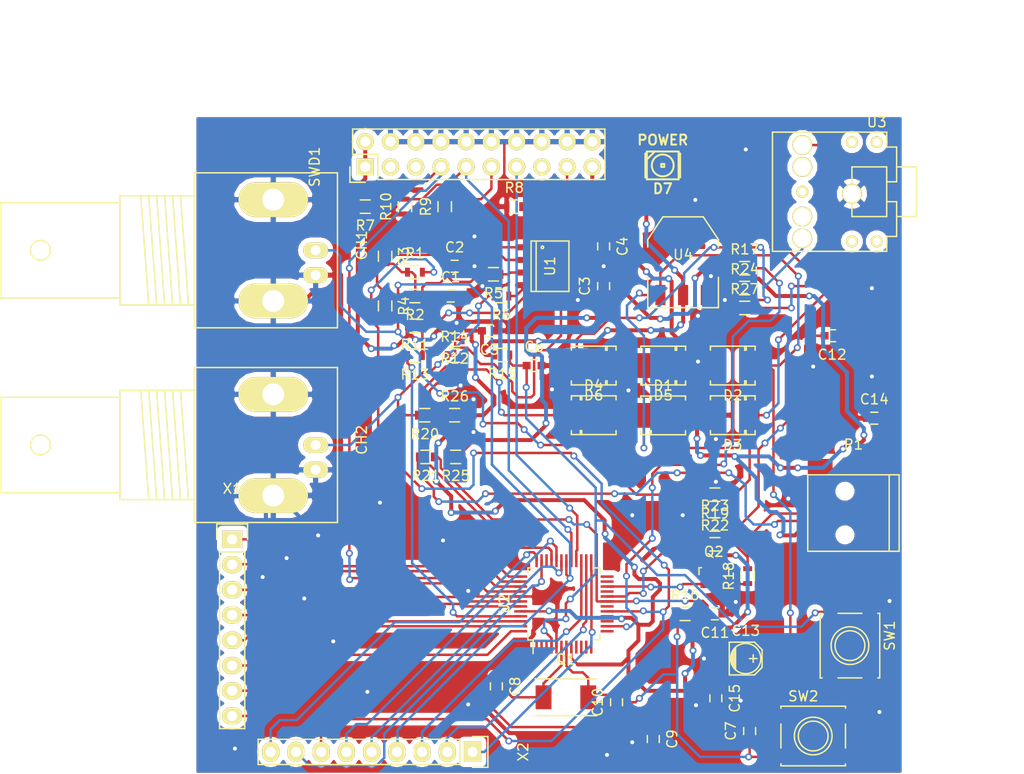
<source format=kicad_pcb>
(kicad_pcb (version 4) (host pcbnew 4.0.3-stable)
  (layers (0 F.Cu signal) (31 B.Cu signal) (34 B.Paste user) (35 F.Paste user) (36 B.SilkS user) (37 F.SilkS user) (38 B.Mask user) (39 F.Mask user) (44 Edge.Cuts user))
  (net 0 "")
  (net 1 "Net-(C1-Pad1)")
  (net 2 GND)
  (net 3 "Net-(C2-Pad1)")
  (net 4 +3.3V)
  (net 5 "Net-(C6-Pad1)")
  (net 6 "Net-(C10-Pad2)")
  (net 7 "Net-(C11-Pad2)")
  (net 8 DIVIDER_0)
  (net 9 DIVIDER_1)
  (net 10 "Net-(D4-Pad1)")
  (net 11 "Net-(P1-Pad2)")
  (net 12 "Net-(P1-Pad3)")
  (net 13 "Net-(P1-Pad4)")
  (net 14 PWM_1)
  (net 15 "Net-(R3-Pad1)")
  (net 16 "Net-(R4-Pad1)")
  (net 17 "Net-(R5-Pad1)")
  (net 18 "Net-(R6-Pad1)")
  (net 19 "Net-(R7-Pad1)")
  (net 20 "Net-(R8-Pad2)")
  (net 21 "Net-(R9-Pad2)")
  (net 22 SWC_29)
  (net 23 "Net-(R11-Pad1)")
  (net 24 "Net-(R12-Pad1)")
  (net 25 TRIGGER_0)
  (net 26 TRIGGER_1)
  (net 27 "Net-(SWD1-Pad3)")
  (net 28 "Net-(SWD1-Pad5)")
  (net 29 MOSI0_28)
  (net 30 "Net-(SWD1-Pad15)")
  (net 31 "Net-(U2-Pad1)")
  (net 32 "Net-(U2-Pad2)")
  (net 33 "Net-(U2-Pad9)")
  (net 34 "Net-(U2-Pad10)")
  (net 35 "Net-(U2-Pad11)")
  (net 36 "Net-(U2-Pad12)")
  (net 37 "Net-(U2-Pad13)")
  (net 38 "Net-(U2-Pad18)")
  (net 39 "Net-(U2-Pad21)")
  (net 40 "Net-(U2-Pad23)")
  (net 41 "Net-(U2-Pad24)")
  (net 42 "Net-(U2-Pad25)")
  (net 43 "Net-(U2-Pad26)")
  (net 44 "Net-(U2-Pad27)")
  (net 45 "Net-(U2-Pad31)")
  (net 46 "Net-(U2-Pad32)")
  (net 47 "Net-(U2-Pad34)")
  (net 48 "Net-(U2-Pad35)")
  (net 49 "Net-(U2-Pad36)")
  (net 50 "Net-(U2-Pad37)")
  (net 51 "Net-(U2-Pad38)")
  (net 52 "Net-(U2-Pad40)")
  (net 53 "Net-(U2-Pad42)")
  (net 54 "Net-(U2-Pad43)")
  (net 55 "Net-(U2-Pad46)")
  (net 56 "Net-(U2-Pad47)")
  (net 57 "Net-(U2-Pad48)")
  (net 58 "Net-(U3-Pad11)")
  (net 59 "Net-(U3-Pad10)")
  (net 60 PWM_0)
  (net 61 "Net-(U2-Pad15)")
  (net 62 "Net-(U2-Pad16)")
  (net 63 +5V_USB)
  (net 64 "Net-(C7-Pad1)")
  (net 65 "Net-(C8-Pad2)")
  (net 66 "Net-(C12-Pad2)")
  (net 67 "Net-(C13-Pad1)")
  (net 68 "Net-(C14-Pad2)")
  (net 69 "Net-(R17-Pad2)")
  (net 70 +5V_JLINK)
  (net 71 "Net-(D3-Pad1)")
  (net 72 "Net-(D7-Pad1)")
  (net 73 "Net-(Q2-Pad1)")
  (net 74 "Net-(Q2-Pad2)")
  (module Pin_Headers:Pin_Header_Straight_2x10 (layer F.Cu) (at 29 17 90)
    (fp_text reference SWD1 (at 0 -5.1 90) (layer F.SilkS))
    (fp_text value BH20S)
    (pad 1 thru_hole rect (at 0 0 90) (size 1.7272 1.7272) (drill 1.016) (layers *.Cu *.Mask F.SilkS) (net 4 +3.3V))
    (pad 2 thru_hole oval (at 2.54 0 90) (size 1.7272 1.7272) (drill 1.016) (layers *.Cu *.Mask F.SilkS) (net 4 +3.3V))
    (pad 3 thru_hole oval (at 0 2.54 90) (size 1.7272 1.7272) (drill 1.016) (layers *.Cu *.Mask F.SilkS) (net 27 "Net-(SWD1-Pad3)"))
    (pad 4 thru_hole oval (at 2.54 2.54 90) (size 1.7272 1.7272) (drill 1.016) (layers *.Cu *.Mask F.SilkS) (net 2 GND))
    (pad 5 thru_hole oval (at 0 5.08 90) (size 1.7272 1.7272) (drill 1.016) (layers *.Cu *.Mask F.SilkS) (net 28 "Net-(SWD1-Pad5)"))
    (pad 6 thru_hole oval (at 2.54 5.08 90) (size 1.7272 1.7272) (drill 1.016) (layers *.Cu *.Mask F.SilkS) (net 2 GND))
    (pad 7 thru_hole oval (at 0 7.62 90) (size 1.7272 1.7272) (drill 1.016) (layers *.Cu *.Mask F.SilkS) (net 19 "Net-(R7-Pad1)"))
    (pad 8 thru_hole oval (at 2.54 7.62 90) (size 1.7272 1.7272) (drill 1.016) (layers *.Cu *.Mask F.SilkS) (net 2 GND))
    (pad 9 thru_hole oval (at 0 10.16 90) (size 1.7272 1.7272) (drill 1.016) (layers *.Cu *.Mask F.SilkS) (net 22 SWC_29))
    (pad 10 thru_hole oval (at 2.54 10.16 90) (size 1.7272 1.7272) (drill 1.016) (layers *.Cu *.Mask F.SilkS) (net 2 GND))
    (pad 11 thru_hole oval (at 0 12.7 90) (size 1.7272 1.7272) (drill 1.016) (layers *.Cu *.Mask F.SilkS) (net 21 "Net-(R9-Pad2)"))
    (pad 12 thru_hole oval (at 2.54 12.7 90) (size 1.7272 1.7272) (drill 1.016) (layers *.Cu *.Mask F.SilkS) (net 2 GND))
    (pad 13 thru_hole oval (at 0 15.24 90) (size 1.7272 1.7272) (drill 1.016) (layers *.Cu *.Mask F.SilkS) (net 29 MOSI0_28))
    (pad 14 thru_hole oval (at 2.54 15.24 90) (size 1.7272 1.7272) (drill 1.016) (layers *.Cu *.Mask F.SilkS) (net 2 GND))
    (pad 15 thru_hole oval (at 0 17.78 90) (size 1.7272 1.7272) (drill 1.016) (layers *.Cu *.Mask F.SilkS) (net 30 "Net-(SWD1-Pad15)"))
    (pad 16 thru_hole oval (at 2.54 17.78 90) (size 1.7272 1.7272) (drill 1.016) (layers *.Cu *.Mask F.SilkS) (net 2 GND))
    (pad 17 thru_hole oval (at 0 20.32 90) (size 1.7272 1.7272) (drill 1.016) (layers *.Cu *.Mask F.SilkS) (net 20 "Net-(R8-Pad2)"))
    (pad 18 thru_hole oval (at 2.54 20.32 90) (size 1.7272 1.7272) (drill 1.016) (layers *.Cu *.Mask F.SilkS) (net 2 GND))
    (pad 19 thru_hole oval (at 0 22.86 90) (size 1.7272 1.7272) (drill 1.016) (layers *.Cu *.Mask F.SilkS) (net 70 +5V_JLINK))
    (pad 20 thru_hole oval (at 2.54 22.86 90) (size 1.7272 1.7272) (drill 1.016) (layers *.Cu *.Mask F.SilkS) (net 2 GND))
  )
  (module Resistors_SMD:R_0603 (layer F.Cu) (at 67.2 31.2)
    (fp_text reference R27 (at 0 -1.9) (layer F.SilkS))
    (fp_text value 560)
    (pad 1 smd rect (at -0.75 0) (size 0.5 0.9) (layers F.Cu F.Paste F.Mask) (net 2 GND))
    (pad 2 smd rect (at 0.75 0) (size 0.5 0.9) (layers F.Cu F.Paste F.Mask) (net 72 "Net-(D7-Pad1)"))
  )
  (module Bachelorarbeit:35RAPC4BHN2 (layer F.Cu) (at 55 7 180)
    (fp_text reference U3 (at -25.5 -5.5 180) (layer F.SilkS))
    (fp_text value 35RAPC4BHN2)
    (pad 1 thru_hole circle (at -23 -12.7 180) (size 2 2) (drill 1.7) (layers *.Cu *.Mask F.SilkS) (net 2 GND))
    (pad 10 thru_hole circle (at -18 -10 180) (size 2 2) (drill 1.7) (layers *.Cu *.Mask F.SilkS) (net 59 "Net-(U3-Pad10)"))
    (pad 2 thru_hole circle (at -18 -7.8 180) (size 2 2) (drill 1.7) (layers *.Cu *.Mask F.SilkS) (net 71 "Net-(D3-Pad1)"))
    (pad 11 thru_hole circle (at -18 -15 180) (size 2 2) (drill 1.7) (layers *.Cu *.Mask F.SilkS) (net 58 "Net-(U3-Pad11)"))
    (pad 3 thru_hole circle (at -18 -17.2 180) (size 2 2) (drill 1.7) (layers *.Cu *.Mask F.SilkS) (net 10 "Net-(D4-Pad1)"))
    (pad "" thru_hole circle (at -18 -12.5 180) (size 1.2 1.2) (drill 0.762) (layers *.Cu *.Mask F.SilkS))
    (pad "" thru_hole circle (at -23 -17.5 180) (size 1.2 1.2) (drill 0.762) (layers *.Cu *.Mask F.SilkS))
    (pad "" thru_hole circle (at -23 -7.5 180) (size 1.2 1.2) (drill 0.762) (layers *.Cu *.Mask F.SilkS))
    (pad "" thru_hole circle (at -25.5 -17.5 180) (size 1.2 1.2) (drill 0.762) (layers *.Cu *.Mask F.SilkS))
    (pad "" thru_hole circle (at -25.5 -7.5 180) (size 1.2 1.2) (drill 0.762) (layers *.Cu *.Mask F.SilkS))
  )
  (module Capacitors_SMD:C_0603 (layer F.Cu) (at 37.6 30)
    (fp_text reference C1 (at 0 -1.9) (layer F.SilkS))
    (fp_text value 470n)
    (pad 1 smd rect (at -0.75 0) (size 0.8 0.75) (layers F.Cu F.Paste F.Mask) (net 1 "Net-(C1-Pad1)"))
    (pad 2 smd rect (at 0.75 0) (size 0.8 0.75) (layers F.Cu F.Paste F.Mask) (net 2 GND))
  )
  (module Capacitors_SMD:C_0603 (layer F.Cu) (at 38 27)
    (fp_text reference C2 (at 0 -1.9) (layer F.SilkS))
    (fp_text value 470n)
    (pad 1 smd rect (at -0.75 0) (size 0.8 0.75) (layers F.Cu F.Paste F.Mask) (net 3 "Net-(C2-Pad1)"))
    (pad 2 smd rect (at 0.75 0) (size 0.8 0.75) (layers F.Cu F.Paste F.Mask) (net 2 GND))
  )
  (module Capacitors_SMD:C_0603 (layer F.Cu) (at 53 29 90)
    (fp_text reference C3 (at 0 -1.9 90) (layer F.SilkS))
    (fp_text value 100n)
    (pad 1 smd rect (at -0.75 0 90) (size 0.8 0.75) (layers F.Cu F.Paste F.Mask) (net 63 +5V_USB))
    (pad 2 smd rect (at 0.75 0 90) (size 0.8 0.75) (layers F.Cu F.Paste F.Mask) (net 2 GND))
  )
  (module Capacitors_SMD:C_0603 (layer F.Cu) (at 53 25 270)
    (fp_text reference C4 (at 0 -1.9 270) (layer F.SilkS))
    (fp_text value 100n)
    (pad 1 smd rect (at -0.75 0 270) (size 0.8 0.75) (layers F.Cu F.Paste F.Mask) (net 63 +5V_USB))
    (pad 2 smd rect (at 0.75 0 270) (size 0.8 0.75) (layers F.Cu F.Paste F.Mask) (net 2 GND))
  )
  (module Capacitors_SMD:C_0603 (layer F.Cu) (at 41.5 33.5 180)
    (fp_text reference C5 (at 0 -1.9 180) (layer F.SilkS))
    (fp_text value 100n)
    (pad 1 smd rect (at -0.75 0 180) (size 0.8 0.75) (layers F.Cu F.Paste F.Mask) (net 2 GND))
    (pad 2 smd rect (at 0.75 0 180) (size 0.8 0.75) (layers F.Cu F.Paste F.Mask) (net 4 +3.3V))
  )
  (module Capacitors_SMD:C_0603 (layer F.Cu) (at 46 37)
    (fp_text reference C6 (at 0 -1.9) (layer F.SilkS))
    (fp_text value 100n)
    (pad 1 smd rect (at -0.75 0) (size 0.8 0.75) (layers F.Cu F.Paste F.Mask) (net 5 "Net-(C6-Pad1)"))
    (pad 2 smd rect (at 0.75 0) (size 0.8 0.75) (layers F.Cu F.Paste F.Mask) (net 2 GND))
  )
  (module Capacitors_SMD:C_0603 (layer F.Cu) (at 67.7 73.8 90)
    (fp_text reference C7 (at 0 -1.9 90) (layer F.SilkS))
    (fp_text value 100n)
    (pad 1 smd rect (at -0.75 0 90) (size 0.8 0.75) (layers F.Cu F.Paste F.Mask) (net 64 "Net-(C7-Pad1)"))
    (pad 2 smd rect (at 0.75 0 90) (size 0.8 0.75) (layers F.Cu F.Paste F.Mask) (net 2 GND))
  )
  (module Capacitors_SMD:C_0603 (layer F.Cu) (at 42.2 69.3 270)
    (fp_text reference C8 (at 0 -1.9 270) (layer F.SilkS))
    (fp_text value 27pF)
    (pad 1 smd rect (at -0.75 0 270) (size 0.8 0.75) (layers F.Cu F.Paste F.Mask) (net 2 GND))
    (pad 2 smd rect (at 0.75 0 270) (size 0.8 0.75) (layers F.Cu F.Paste F.Mask) (net 65 "Net-(C8-Pad2)"))
  )
  (module Capacitors_SMD:C_0603 (layer F.Cu) (at 58 74.6 270)
    (fp_text reference C9 (at 0 -1.9 270) (layer F.SilkS))
    (fp_text value 100n)
    (pad 1 smd rect (at -0.75 0 270) (size 0.8 0.75) (layers F.Cu F.Paste F.Mask) (net 4 +3.3V))
    (pad 2 smd rect (at 0.75 0 270) (size 0.8 0.75) (layers F.Cu F.Paste F.Mask) (net 2 GND))
  )
  (module Capacitors_SMD:C_0603 (layer F.Cu) (at 54.3 70.9 90)
    (fp_text reference C10 (at 0 -1.9 90) (layer F.SilkS))
    (fp_text value 27pF)
    (pad 1 smd rect (at -0.75 0 90) (size 0.8 0.75) (layers F.Cu F.Paste F.Mask) (net 2 GND))
    (pad 2 smd rect (at 0.75 0 90) (size 0.8 0.75) (layers F.Cu F.Paste F.Mask) (net 6 "Net-(C10-Pad2)"))
  )
  (module Capacitors_SMD:C_0603 (layer F.Cu) (at 64.2 62 180)
    (fp_text reference C11 (at 0 -1.9 180) (layer F.SilkS))
    (fp_text value 100n)
    (pad 1 smd rect (at -0.75 0 180) (size 0.8 0.75) (layers F.Cu F.Paste F.Mask) (net 2 GND))
    (pad 2 smd rect (at 0.75 0 180) (size 0.8 0.75) (layers F.Cu F.Paste F.Mask) (net 7 "Net-(C11-Pad2)"))
  )
  (module Capacitors_SMD:C_0603 (layer F.Cu) (at 80.25 42.3)
    (fp_text reference C14 (at 0 -1.9) (layer F.SilkS))
    (fp_text value 100n)
    (pad 1 smd rect (at -0.75 0) (size 0.8 0.75) (layers F.Cu F.Paste F.Mask) (net 2 GND))
    (pad 2 smd rect (at 0.75 0) (size 0.8 0.75) (layers F.Cu F.Paste F.Mask) (net 68 "Net-(C14-Pad2)"))
  )
  (module Diodes_SMD:DO-214BA (layer F.Cu) (at 66 37 180)
    (fp_text reference D2 (at 0 -3 180) (layer F.SilkS))
    (fp_text value DIODE)
    (pad 2 smd rect (at 1.7 0 180) (size 2 2.5) (layers F.Cu F.Paste F.Mask) (net 70 +5V_JLINK))
    (pad 1 smd rect (at -1.7 0 180) (size 2 2.5) (layers F.Cu F.Paste F.Mask) (net 67 "Net-(C13-Pad1)"))
  )
  (module Diodes_SMD:DO-214BA (layer F.Cu) (at 66 42 180)
    (fp_text reference D3 (at 0 -3 180) (layer F.SilkS))
    (fp_text value DIODE)
    (pad 2 smd rect (at 1.7 0 180) (size 2 2.5) (layers F.Cu F.Paste F.Mask) (net 2 GND))
    (pad 1 smd rect (at -1.7 0 180) (size 2 2.5) (layers F.Cu F.Paste F.Mask) (net 71 "Net-(D3-Pad1)"))
  )
  (module Diodes_SMD:DO-214BA (layer F.Cu) (at 52 42)
    (fp_text reference D4 (at 0 -3) (layer F.SilkS))
    (fp_text value DIODE)
    (pad 2 smd rect (at 1.7 0) (size 2 2.5) (layers F.Cu F.Paste F.Mask) (net 2 GND))
    (pad 1 smd rect (at -1.7 0) (size 2 2.5) (layers F.Cu F.Paste F.Mask) (net 10 "Net-(D4-Pad1)"))
  )
  (module Diodes_SMD:DO-214BA (layer F.Cu) (at 59 37 180)
    (fp_text reference D5 (at 0 -3 180) (layer F.SilkS))
    (fp_text value DIODE)
    (pad 2 smd rect (at 1.7 0 180) (size 2 2.5) (layers F.Cu F.Paste F.Mask) (net 71 "Net-(D3-Pad1)"))
    (pad 1 smd rect (at -1.7 0 180) (size 2 2.5) (layers F.Cu F.Paste F.Mask) (net 2 GND))
  )
  (module Diodes_SMD:DO-214BA (layer F.Cu) (at 52 37 180)
    (fp_text reference D6 (at 0 -3 180) (layer F.SilkS))
    (fp_text value DIODE)
    (pad 2 smd rect (at 1.7 0 180) (size 2 2.5) (layers F.Cu F.Paste F.Mask) (net 10 "Net-(D4-Pad1)"))
    (pad 1 smd rect (at -1.7 0 180) (size 2 2.5) (layers F.Cu F.Paste F.Mask) (net 2 GND))
  )
  (module Resistors_SMD:R_0603 (layer F.Cu) (at 34 27.6)
    (fp_text reference R1 (at 0 -1.9) (layer F.SilkS))
    (fp_text value 33k)
    (pad 1 smd rect (at -0.75 0) (size 0.5 0.9) (layers F.Cu F.Paste F.Mask) (net 1 "Net-(C1-Pad1)"))
    (pad 2 smd rect (at 0.75 0) (size 0.5 0.9) (layers F.Cu F.Paste F.Mask) (net 60 PWM_0))
  )
  (module Resistors_SMD:R_0603 (layer F.Cu) (at 34 30 180)
    (fp_text reference R2 (at 0 -1.9 180) (layer F.SilkS))
    (fp_text value 33k)
    (pad 1 smd rect (at -0.75 0 180) (size 0.5 0.9) (layers F.Cu F.Paste F.Mask) (net 3 "Net-(C2-Pad1)"))
    (pad 2 smd rect (at 0.75 0 180) (size 0.5 0.9) (layers F.Cu F.Paste F.Mask) (net 14 PWM_1))
  )
  (module Resistors_SMD:R_0603 (layer F.Cu) (at 31 26 270)
    (fp_text reference R3 (at 0 -1.9 270) (layer F.SilkS))
    (fp_text value 4k7)
    (pad 1 smd rect (at -0.75 0 270) (size 0.5 0.9) (layers F.Cu F.Paste F.Mask) (net 15 "Net-(R3-Pad1)"))
    (pad 2 smd rect (at 0.75 0 270) (size 0.5 0.9) (layers F.Cu F.Paste F.Mask) (net 1 "Net-(C1-Pad1)"))
  )
  (module Resistors_SMD:R_0603 (layer F.Cu) (at 31 31 270)
    (fp_text reference R4 (at 0 -1.9 270) (layer F.SilkS))
    (fp_text value 4k7)
    (pad 1 smd rect (at -0.75 0 270) (size 0.5 0.9) (layers F.Cu F.Paste F.Mask) (net 16 "Net-(R4-Pad1)"))
    (pad 2 smd rect (at 0.75 0 270) (size 0.5 0.9) (layers F.Cu F.Paste F.Mask) (net 8 DIVIDER_0))
  )
  (module Resistors_SMD:R_0603 (layer F.Cu) (at 41.91 27.813 180)
    (fp_text reference R5 (at 0 -1.9 180) (layer F.SilkS))
    (fp_text value 4k7)
    (pad 1 smd rect (at -0.75 0 180) (size 0.5 0.9) (layers F.Cu F.Paste F.Mask) (net 17 "Net-(R5-Pad1)"))
    (pad 2 smd rect (at 0.75 0 180) (size 0.5 0.9) (layers F.Cu F.Paste F.Mask) (net 3 "Net-(C2-Pad1)"))
  )
  (module Resistors_SMD:R_0603 (layer F.Cu) (at 42.7 30 180)
    (fp_text reference R6 (at 0 -1.9 180) (layer F.SilkS))
    (fp_text value 4k7)
    (pad 1 smd rect (at -0.75 0 180) (size 0.5 0.9) (layers F.Cu F.Paste F.Mask) (net 18 "Net-(R6-Pad1)"))
    (pad 2 smd rect (at 0.75 0 180) (size 0.5 0.9) (layers F.Cu F.Paste F.Mask) (net 9 DIVIDER_1))
  )
  (module Resistors_SMD:R_0603 (layer F.Cu) (at 29 21 180)
    (fp_text reference R7 (at 0 -1.9 180) (layer F.SilkS))
    (fp_text value 10k)
    (pad 1 smd rect (at -0.75 0 180) (size 0.5 0.9) (layers F.Cu F.Paste F.Mask) (net 19 "Net-(R7-Pad1)"))
    (pad 2 smd rect (at 0.75 0 180) (size 0.5 0.9) (layers F.Cu F.Paste F.Mask) (net 4 +3.3V))
  )
  (module Resistors_SMD:R_0603 (layer F.Cu) (at 44 21)
    (fp_text reference R8 (at 0 -1.9) (layer F.SilkS))
    (fp_text value 10k)
    (pad 1 smd rect (at -0.75 0) (size 0.5 0.9) (layers F.Cu F.Paste F.Mask) (net 2 GND))
    (pad 2 smd rect (at 0.75 0) (size 0.5 0.9) (layers F.Cu F.Paste F.Mask) (net 20 "Net-(R8-Pad2)"))
  )
  (module Resistors_SMD:R_0603 (layer F.Cu) (at 37 21 90)
    (fp_text reference R9 (at 0 -1.9 90) (layer F.SilkS))
    (fp_text value 10k)
    (pad 1 smd rect (at -0.75 0 90) (size 0.5 0.9) (layers F.Cu F.Paste F.Mask) (net 2 GND))
    (pad 2 smd rect (at 0.75 0 90) (size 0.5 0.9) (layers F.Cu F.Paste F.Mask) (net 21 "Net-(R9-Pad2)"))
  )
  (module Resistors_SMD:R_0603 (layer F.Cu) (at 33 21 90)
    (fp_text reference R10 (at 0 -1.9 90) (layer F.SilkS))
    (fp_text value 10k)
    (pad 1 smd rect (at -0.75 0 90) (size 0.5 0.9) (layers F.Cu F.Paste F.Mask) (net 2 GND))
    (pad 2 smd rect (at 0.75 0 90) (size 0.5 0.9) (layers F.Cu F.Paste F.Mask) (net 22 SWC_29))
  )
  (module Resistors_SMD:R_0603 (layer F.Cu) (at 34 33 180)
    (fp_text reference R11 (at 0 -1.9 180) (layer F.SilkS))
    (fp_text value 820)
    (pad 1 smd rect (at -0.75 0 180) (size 0.5 0.9) (layers F.Cu F.Paste F.Mask) (net 23 "Net-(R11-Pad1)"))
    (pad 2 smd rect (at 0.75 0 180) (size 0.5 0.9) (layers F.Cu F.Paste F.Mask) (net 4 +3.3V))
  )
  (module Resistors_SMD:R_0603 (layer F.Cu) (at 38 34.4 180)
    (fp_text reference R12 (at 0 -1.9 180) (layer F.SilkS))
    (fp_text value 820)
    (pad 1 smd rect (at -0.75 0 180) (size 0.5 0.9) (layers F.Cu F.Paste F.Mask) (net 24 "Net-(R12-Pad1)"))
    (pad 2 smd rect (at 0.75 0 180) (size 0.5 0.9) (layers F.Cu F.Paste F.Mask) (net 4 +3.3V))
  )
  (module Resistors_SMD:R_0603 (layer F.Cu) (at 34 36 180)
    (fp_text reference R13 (at 0 -1.9 180) (layer F.SilkS))
    (fp_text value 120)
    (pad 1 smd rect (at -0.75 0 180) (size 0.5 0.9) (layers F.Cu F.Paste F.Mask) (net 23 "Net-(R11-Pad1)"))
    (pad 2 smd rect (at 0.75 0 180) (size 0.5 0.9) (layers F.Cu F.Paste F.Mask) (net 25 TRIGGER_0))
  )
  (module Resistors_SMD:R_0603 (layer F.Cu) (at 38 36)
    (fp_text reference R14 (at 0 -1.9) (layer F.SilkS))
    (fp_text value 120)
    (pad 1 smd rect (at -0.75 0) (size 0.5 0.9) (layers F.Cu F.Paste F.Mask) (net 24 "Net-(R12-Pad1)"))
    (pad 2 smd rect (at 0.75 0) (size 0.5 0.9) (layers F.Cu F.Paste F.Mask) (net 26 TRIGGER_1))
  )
  (module Resistors_SMD:R_0603 (layer F.Cu) (at 42.799 35.941 180)
    (fp_text reference R15 (at 0 -1.9 180) (layer F.SilkS))
    (fp_text value 10k)
    (pad 1 smd rect (at -0.75 0 180) (size 0.5 0.9) (layers F.Cu F.Paste F.Mask) (net 5 "Net-(C6-Pad1)"))
    (pad 2 smd rect (at 0.75 0 180) (size 0.5 0.9) (layers F.Cu F.Paste F.Mask) (net 4 +3.3V))
  )
  (module Resistors_SMD:R_0603 (layer F.Cu) (at 61.2 62)
    (fp_text reference R16 (at 0 -1.9) (layer F.SilkS))
    (fp_text value 10k)
    (pad 1 smd rect (at -0.75 0) (size 0.5 0.9) (layers F.Cu F.Paste F.Mask) (net 64 "Net-(C7-Pad1)"))
    (pad 2 smd rect (at 0.75 0) (size 0.5 0.9) (layers F.Cu F.Paste F.Mask) (net 4 +3.3V))
  )
  (module Resistors_SMD:R_0603 (layer F.Cu) (at 67.2 27.2)
    (fp_text reference R17 (at 0 -1.9) (layer F.SilkS))
    (fp_text value 1k5)
    (pad 1 smd rect (at -0.75 0) (size 0.5 0.9) (layers F.Cu F.Paste F.Mask) (net 63 +5V_USB))
    (pad 2 smd rect (at 0.75 0) (size 0.5 0.9) (layers F.Cu F.Paste F.Mask) (net 69 "Net-(R17-Pad2)"))
  )
  (module Resistors_SMD:R_0603 (layer F.Cu) (at 67.5 58.2 90)
    (fp_text reference R18 (at 0 -1.9 90) (layer F.SilkS))
    (fp_text value 1k5)
    (pad 1 smd rect (at -0.75 0 90) (size 0.5 0.9) (layers F.Cu F.Paste F.Mask) (net 74 "Net-(Q2-Pad2)"))
    (pad 2 smd rect (at 0.75 0 90) (size 0.5 0.9) (layers F.Cu F.Paste F.Mask) (net 12 "Net-(P1-Pad3)"))
  )
  (module Resistors_SMD:R_0603 (layer F.Cu) (at 64.2 50 180)
    (fp_text reference R19 (at 0 -1.9 180) (layer F.SilkS))
    (fp_text value 4k7)
    (pad 1 smd rect (at -0.75 0 180) (size 0.5 0.9) (layers F.Cu F.Paste F.Mask) (net 71 "Net-(D3-Pad1)"))
    (pad 2 smd rect (at 0.75 0 180) (size 0.5 0.9) (layers F.Cu F.Paste F.Mask) (net 8 DIVIDER_0))
  )
  (module Resistors_SMD:R_0603 (layer F.Cu) (at 35 42 180)
    (fp_text reference R20 (at 0 -1.9 180) (layer F.SilkS))
    (fp_text value 4k7)
    (pad 1 smd rect (at -0.75 0 180) (size 0.5 0.9) (layers F.Cu F.Paste F.Mask) (net 10 "Net-(D4-Pad1)"))
    (pad 2 smd rect (at 0.75 0 180) (size 0.5 0.9) (layers F.Cu F.Paste F.Mask) (net 9 DIVIDER_1))
  )
  (module Resistors_SMD:R_0603 (layer F.Cu) (at 35.1 46.2 180)
    (fp_text reference R21 (at 0 -1.9 180) (layer F.SilkS))
    (fp_text value 33)
    (pad 1 smd rect (at -0.75 0 180) (size 0.5 0.9) (layers F.Cu F.Paste F.Mask) (net 7 "Net-(C11-Pad2)"))
    (pad 2 smd rect (at 0.75 0 180) (size 0.5 0.9) (layers F.Cu F.Paste F.Mask) (net 11 "Net-(P1-Pad2)"))
  )
  (module Resistors_SMD:R_0603 (layer F.Cu) (at 64.2 55)
    (fp_text reference R22 (at 0 -1.9) (layer F.SilkS))
    (fp_text value 33)
    (pad 1 smd rect (at -0.75 0) (size 0.5 0.9) (layers F.Cu F.Paste F.Mask) (net 66 "Net-(C12-Pad2)"))
    (pad 2 smd rect (at 0.75 0) (size 0.5 0.9) (layers F.Cu F.Paste F.Mask) (net 12 "Net-(P1-Pad3)"))
  )
  (module Resistors_SMD:R_0603 (layer F.Cu) (at 64.2 53)
    (fp_text reference R23 (at 0 -1.9) (layer F.SilkS))
    (fp_text value 100)
    (pad 1 smd rect (at -0.75 0) (size 0.5 0.9) (layers F.Cu F.Paste F.Mask) (net 2 GND))
    (pad 2 smd rect (at 0.75 0) (size 0.5 0.9) (layers F.Cu F.Paste F.Mask) (net 71 "Net-(D3-Pad1)"))
  )
  (module Resistors_SMD:R_0603 (layer F.Cu) (at 67.2 29.2)
    (fp_text reference R24 (at 0 -1.9) (layer F.SilkS))
    (fp_text value 100)
    (pad 1 smd rect (at -0.75 0) (size 0.5 0.9) (layers F.Cu F.Paste F.Mask) (net 2 GND))
    (pad 2 smd rect (at 0.75 0) (size 0.5 0.9) (layers F.Cu F.Paste F.Mask) (net 10 "Net-(D4-Pad1)"))
  )
  (module Resistors_SMD:R_0603 (layer F.Cu) (at 38.1 46.2 180)
    (fp_text reference R25 (at 0 -1.9 180) (layer F.SilkS))
    (fp_text value 10k)
    (pad 1 smd rect (at -0.75 0 180) (size 0.5 0.9) (layers F.Cu F.Paste F.Mask) (net 63 +5V_USB))
    (pad 2 smd rect (at 0.75 0 180) (size 0.5 0.9) (layers F.Cu F.Paste F.Mask) (net 2 GND))
  )
  (module Resistors_SMD:R_0603 (layer F.Cu) (at 38 42)
    (fp_text reference R26 (at 0 -1.9) (layer F.SilkS))
    (fp_text value 240)
    (pad 1 smd rect (at -0.75 0) (size 0.5 0.9) (layers F.Cu F.Paste F.Mask) (net 2 GND))
    (pad 2 smd rect (at 0.75 0) (size 0.5 0.9) (layers F.Cu F.Paste F.Mask) (net 4 +3.3V))
  )
  (module Power_Integrations:SO-8 (layer F.Cu) (at 47.6 27 270)
    (fp_text reference U1 (at 0 0 270) (layer F.SilkS))
    (fp_text value MAX9012)
    (pad 1 smd oval (at -1.905 2.794 270) (size 0.6096 1.4732) (layers F.Cu F.Paste F.Mask) (net 15 "Net-(R3-Pad1)"))
    (pad 2 smd oval (at -0.635 2.794 270) (size 0.6096 1.4732) (layers F.Cu F.Paste F.Mask) (net 16 "Net-(R4-Pad1)"))
    (pad 3 smd oval (at 0.635 2.794 270) (size 0.6096 1.4732) (layers F.Cu F.Paste F.Mask) (net 17 "Net-(R5-Pad1)"))
    (pad 4 smd oval (at 1.905 2.794 270) (size 0.6096 1.4732) (layers F.Cu F.Paste F.Mask) (net 18 "Net-(R6-Pad1)"))
    (pad 5 smd oval (at 1.905 -2.794 270) (size 0.6096 1.4732) (layers F.Cu F.Paste F.Mask) (net 2 GND))
    (pad 6 smd oval (at 0.635 -2.794 270) (size 0.6096 1.4732) (layers F.Cu F.Paste F.Mask) (net 24 "Net-(R12-Pad1)"))
    (pad 7 smd oval (at -0.635 -2.794 270) (size 0.6096 1.4732) (layers F.Cu F.Paste F.Mask) (net 23 "Net-(R11-Pad1)"))
    (pad 8 smd oval (at -1.905 -2.794 270) (size 0.6096 1.4732) (layers F.Cu F.Paste F.Mask) (net 63 +5V_USB))
  )
  (module Housings_QFP:LQFP-48_7x7mm_Pitch0.5mm (layer F.Cu) (at 49 61 90)
    (fp_text reference U2 (at 0 -6 90) (layer F.SilkS))
    (fp_text value LPC1343FBD48)
    (pad 1 smd rect (at -4.35 -2.75 90) (size 1.3 0.25) (layers F.Cu F.Paste F.Mask) (net 31 "Net-(U2-Pad1)"))
    (pad 2 smd rect (at -4.35 -2.25 90) (size 1.3 0.25) (layers F.Cu F.Paste F.Mask) (net 32 "Net-(U2-Pad2)"))
    (pad 3 smd rect (at -4.35 -1.75 90) (size 1.3 0.25) (layers F.Cu F.Paste F.Mask) (net 64 "Net-(C7-Pad1)"))
    (pad 4 smd rect (at -4.35 -1.25 90) (size 1.3 0.25) (layers F.Cu F.Paste F.Mask) (net 5 "Net-(C6-Pad1)"))
    (pad 5 smd rect (at -4.35 -0.75 90) (size 1.3 0.25) (layers F.Cu F.Paste F.Mask) (net 2 GND))
    (pad 6 smd rect (at -4.35 -0.25 90) (size 1.3 0.25) (layers F.Cu F.Paste F.Mask) (net 65 "Net-(C8-Pad2)"))
    (pad 7 smd rect (at -4.35 0.25 90) (size 1.3 0.25) (layers F.Cu F.Paste F.Mask) (net 6 "Net-(C10-Pad2)"))
    (pad 8 smd rect (at -4.35 0.75 90) (size 1.3 0.25) (layers F.Cu F.Paste F.Mask) (net 4 +3.3V))
    (pad 9 smd rect (at -4.35 1.25 90) (size 1.3 0.25) (layers F.Cu F.Paste F.Mask) (net 33 "Net-(U2-Pad9)"))
    (pad 10 smd rect (at -4.35 1.75 90) (size 1.3 0.25) (layers F.Cu F.Paste F.Mask) (net 34 "Net-(U2-Pad10)"))
    (pad 11 smd rect (at -4.35 2.25 90) (size 1.3 0.25) (layers F.Cu F.Paste F.Mask) (net 35 "Net-(U2-Pad11)"))
    (pad 12 smd rect (at -4.35 2.75 90) (size 1.3 0.25) (layers F.Cu F.Paste F.Mask) (net 36 "Net-(U2-Pad12)"))
    (pad 13 smd rect (at -2.75 4.35 180) (size 1.3 0.25) (layers F.Cu F.Paste F.Mask) (net 37 "Net-(U2-Pad13)"))
    (pad 14 smd rect (at -2.25 4.35 180) (size 1.3 0.25) (layers F.Cu F.Paste F.Mask) (net 69 "Net-(R17-Pad2)"))
    (pad 15 smd rect (at -1.75 4.35 180) (size 1.3 0.25) (layers F.Cu F.Paste F.Mask) (net 61 "Net-(U2-Pad15)"))
    (pad 16 smd rect (at -1.25 4.35 180) (size 1.3 0.25) (layers F.Cu F.Paste F.Mask) (net 62 "Net-(U2-Pad16)"))
    (pad 17 smd rect (at -0.75 4.35 180) (size 1.3 0.25) (layers F.Cu F.Paste F.Mask) (net 60 PWM_0))
    (pad 18 smd rect (at -0.25 4.35 180) (size 1.3 0.25) (layers F.Cu F.Paste F.Mask) (net 38 "Net-(U2-Pad18)"))
    (pad 19 smd rect (at 0.25 4.35 180) (size 1.3 0.25) (layers F.Cu F.Paste F.Mask) (net 7 "Net-(C11-Pad2)"))
    (pad 20 smd rect (at 0.75 4.35 180) (size 1.3 0.25) (layers F.Cu F.Paste F.Mask) (net 66 "Net-(C12-Pad2)"))
    (pad 21 smd rect (at 1.25 4.35 180) (size 1.3 0.25) (layers F.Cu F.Paste F.Mask) (net 39 "Net-(U2-Pad21)"))
    (pad 22 smd rect (at 1.75 4.35 180) (size 1.3 0.25) (layers F.Cu F.Paste F.Mask) (net 73 "Net-(Q2-Pad1)"))
    (pad 23 smd rect (at 2.25 4.35 180) (size 1.3 0.25) (layers F.Cu F.Paste F.Mask) (net 40 "Net-(U2-Pad23)"))
    (pad 24 smd rect (at 2.75 4.35 180) (size 1.3 0.25) (layers F.Cu F.Paste F.Mask) (net 41 "Net-(U2-Pad24)"))
    (pad 25 smd rect (at 4.35 2.75 90) (size 1.3 0.25) (layers F.Cu F.Paste F.Mask) (net 42 "Net-(U2-Pad25)"))
    (pad 26 smd rect (at 4.35 2.25 90) (size 1.3 0.25) (layers F.Cu F.Paste F.Mask) (net 43 "Net-(U2-Pad26)"))
    (pad 27 smd rect (at 4.35 1.75 90) (size 1.3 0.25) (layers F.Cu F.Paste F.Mask) (net 44 "Net-(U2-Pad27)"))
    (pad 28 smd rect (at 4.35 1.25 90) (size 1.3 0.25) (layers F.Cu F.Paste F.Mask) (net 29 MOSI0_28))
    (pad 29 smd rect (at 4.35 0.75 90) (size 1.3 0.25) (layers F.Cu F.Paste F.Mask) (net 22 SWC_29))
    (pad 30 smd rect (at 4.35 0.25 90) (size 1.3 0.25) (layers F.Cu F.Paste F.Mask) (net 14 PWM_1))
    (pad 31 smd rect (at 4.35 -0.25 90) (size 1.3 0.25) (layers F.Cu F.Paste F.Mask) (net 45 "Net-(U2-Pad31)"))
    (pad 32 smd rect (at 4.35 -0.75 90) (size 1.3 0.25) (layers F.Cu F.Paste F.Mask) (net 46 "Net-(U2-Pad32)"))
    (pad 33 smd rect (at 4.35 -1.25 90) (size 1.3 0.25) (layers F.Cu F.Paste F.Mask) (net 26 TRIGGER_1))
    (pad 34 smd rect (at 4.35 -1.75 90) (size 1.3 0.25) (layers F.Cu F.Paste F.Mask) (net 47 "Net-(U2-Pad34)"))
    (pad 35 smd rect (at 4.35 -2.25 90) (size 1.3 0.25) (layers F.Cu F.Paste F.Mask) (net 48 "Net-(U2-Pad35)"))
    (pad 36 smd rect (at 4.35 -2.75 90) (size 1.3 0.25) (layers F.Cu F.Paste F.Mask) (net 49 "Net-(U2-Pad36)"))
    (pad 37 smd rect (at 2.75 -4.35 180) (size 1.3 0.25) (layers F.Cu F.Paste F.Mask) (net 50 "Net-(U2-Pad37)"))
    (pad 38 smd rect (at 2.25 -4.35 180) (size 1.3 0.25) (layers F.Cu F.Paste F.Mask) (net 51 "Net-(U2-Pad38)"))
    (pad 39 smd rect (at 1.75 -4.35 180) (size 1.3 0.25) (layers F.Cu F.Paste F.Mask) (net 19 "Net-(R7-Pad1)"))
    (pad 40 smd rect (at 1.25 -4.35 180) (size 1.3 0.25) (layers F.Cu F.Paste F.Mask) (net 52 "Net-(U2-Pad40)"))
    (pad 41 smd rect (at 0.75 -4.35 180) (size 1.3 0.25) (layers F.Cu F.Paste F.Mask) (net 2 GND))
    (pad 42 smd rect (at 0.25 -4.35 180) (size 1.3 0.25) (layers F.Cu F.Paste F.Mask) (net 53 "Net-(U2-Pad42)"))
    (pad 43 smd rect (at -0.25 -4.35 180) (size 1.3 0.25) (layers F.Cu F.Paste F.Mask) (net 54 "Net-(U2-Pad43)"))
    (pad 44 smd rect (at -0.75 -4.35 180) (size 1.3 0.25) (layers F.Cu F.Paste F.Mask) (net 4 +3.3V))
    (pad 45 smd rect (at -1.25 -4.35 180) (size 1.3 0.25) (layers F.Cu F.Paste F.Mask) (net 25 TRIGGER_0))
    (pad 46 smd rect (at -1.75 -4.35 180) (size 1.3 0.25) (layers F.Cu F.Paste F.Mask) (net 55 "Net-(U2-Pad46)"))
    (pad 47 smd rect (at -2.25 -4.35 180) (size 1.3 0.25) (layers F.Cu F.Paste F.Mask) (net 56 "Net-(U2-Pad47)"))
    (pad 48 smd rect (at -2.75 -4.35 180) (size 1.3 0.25) (layers F.Cu F.Paste F.Mask) (net 57 "Net-(U2-Pad48)"))
  )
  (module TO_SOT_Packages_SMD:SOT-223 (layer F.Cu) (at 61 26.6)
    (fp_text reference U4 (at 0 -0.762) (layer F.SilkS))
    (fp_text value LM1117)
    (pad 4 smd rect (at 0 -3.302) (size 3.6576 2.032) (layers F.Cu F.Paste F.Mask))
    (pad 2 smd rect (at 0 3.302) (size 1.016 2.032) (layers F.Cu F.Paste F.Mask) (net 4 +3.3V))
    (pad 3 smd rect (at 2.286 3.302) (size 1.016 2.032) (layers F.Cu F.Paste F.Mask) (net 2 GND))
    (pad 1 smd rect (at -2.286 3.302) (size 1.016 2.032) (layers F.Cu F.Paste F.Mask) (net 67 "Net-(C13-Pad1)"))
  )
  (module Pin_Headers:Pin_Header_Straight_1x08 (layer F.Cu) (at 15.6 54.5)
    (fp_text reference X1 (at 0 -5.1) (layer F.SilkS))
    (fp_text value PIN_OUT_1)
    (pad 1 thru_hole rect (at 0 0) (size 2.032 1.7272) (drill 1.016) (layers *.Cu *.Mask F.SilkS) (net 50 "Net-(U2-Pad37)"))
    (pad 2 thru_hole oval (at 0 2.54) (size 2.032 1.7272) (drill 1.016) (layers *.Cu *.Mask F.SilkS) (net 51 "Net-(U2-Pad38)"))
    (pad 3 thru_hole oval (at 0 5.08) (size 2.032 1.7272) (drill 1.016) (layers *.Cu *.Mask F.SilkS) (net 52 "Net-(U2-Pad40)"))
    (pad 4 thru_hole oval (at 0 7.62) (size 2.032 1.7272) (drill 1.016) (layers *.Cu *.Mask F.SilkS) (net 53 "Net-(U2-Pad42)"))
    (pad 5 thru_hole oval (at 0 10.16) (size 2.032 1.7272) (drill 1.016) (layers *.Cu *.Mask F.SilkS) (net 54 "Net-(U2-Pad43)"))
    (pad 6 thru_hole oval (at 0 12.7) (size 2.032 1.7272) (drill 1.016) (layers *.Cu *.Mask F.SilkS) (net 55 "Net-(U2-Pad46)"))
    (pad 7 thru_hole oval (at 0 15.24) (size 2.032 1.7272) (drill 1.016) (layers *.Cu *.Mask F.SilkS) (net 56 "Net-(U2-Pad47)"))
    (pad 8 thru_hole oval (at 0 17.78) (size 2.032 1.7272) (drill 1.016) (layers *.Cu *.Mask F.SilkS) (net 57 "Net-(U2-Pad48)"))
  )
  (module Pin_Headers:Pin_Header_Straight_1x09 (layer F.Cu) (at 39.8 75.9 270)
    (fp_text reference X2 (at 0 -5.1 270) (layer F.SilkS))
    (fp_text value PIN_OUT_2)
    (pad 1 thru_hole rect (at 0 0 270) (size 2.032 1.7272) (drill 1.016) (layers *.Cu *.Mask F.SilkS) (net 42 "Net-(U2-Pad25)"))
    (pad 2 thru_hole oval (at 0 2.54 270) (size 2.032 1.7272) (drill 1.016) (layers *.Cu *.Mask F.SilkS) (net 43 "Net-(U2-Pad26)"))
    (pad 3 thru_hole oval (at 0 5.08 270) (size 2.032 1.7272) (drill 1.016) (layers *.Cu *.Mask F.SilkS) (net 44 "Net-(U2-Pad27)"))
    (pad 4 thru_hole oval (at 0 7.62 270) (size 2.032 1.7272) (drill 1.016) (layers *.Cu *.Mask F.SilkS) (net 14 PWM_1))
    (pad 5 thru_hole oval (at 0 10.16 270) (size 2.032 1.7272) (drill 1.016) (layers *.Cu *.Mask F.SilkS) (net 45 "Net-(U2-Pad31)"))
    (pad 6 thru_hole oval (at 0 12.7 270) (size 2.032 1.7272) (drill 1.016) (layers *.Cu *.Mask F.SilkS) (net 46 "Net-(U2-Pad32)"))
    (pad 7 thru_hole oval (at 0 15.24 270) (size 2.032 1.7272) (drill 1.016) (layers *.Cu *.Mask F.SilkS) (net 60 PWM_0))
    (pad 8 thru_hole oval (at 0 17.78 270) (size 2.032 1.7272) (drill 1.016) (layers *.Cu *.Mask F.SilkS) (net 48 "Net-(U2-Pad35)"))
    (pad 9 thru_hole oval (at 0 20.32 270) (size 2.032 1.7272) (drill 1.016) (layers *.Cu *.Mask F.SilkS) (net 49 "Net-(U2-Pad36)"))
  )
  (module Crystals:Crystal_SMD_0603_2Pads_obsolete (layer F.Cu) (at 49.2 70.4)
    (fp_text reference Q1 (at 0 -3.81) (layer F.SilkS))
    (fp_text value 12MHz/20pF)
    (pad 1 smd rect (at -2.25044 0) (size 1.6002 2.4003) (layers F.Cu F.Paste F.Mask) (net 65 "Net-(C8-Pad2)"))
    (pad 2 smd rect (at 2.25044 0) (size 1.6002 2.4003) (layers F.Cu F.Paste F.Mask) (net 6 "Net-(C10-Pad2)"))
  )
  (module Capacitors_SMD:C_0603 (layer F.Cu) (at 76 34 180)
    (fp_text reference C12 (at 0 -1.9 180) (layer F.SilkS))
    (fp_text value 100n)
    (pad 1 smd rect (at -0.75 0 180) (size 0.8 0.75) (layers F.Cu F.Paste F.Mask) (net 2 GND))
    (pad 2 smd rect (at 0.75 0 180) (size 0.8 0.75) (layers F.Cu F.Paste F.Mask) (net 66 "Net-(C12-Pad2)"))
  )
  (module Capacitors_SMD:c_elec_3x5.3 (layer F.Cu) (at 67.3 66.5)
    (fp_text reference C13 (at 0 -2.794) (layer F.SilkS))
    (fp_text value 10u)
    (pad 1 smd rect (at 1.50114 0) (size 2.19964 1.6002) (layers F.Cu F.Paste F.Mask) (net 67 "Net-(C13-Pad1)"))
    (pad 2 smd rect (at -1.50114 0) (size 2.19964 1.6002) (layers F.Cu F.Paste F.Mask) (net 2 GND))
  )
  (module Capacitors_SMD:C_0603 (layer F.Cu) (at 64.3 70.5 270)
    (fp_text reference C15 (at 0 -1.9 270) (layer F.SilkS))
    (fp_text value 100n)
    (pad 1 smd rect (at -0.75 0 270) (size 0.8 0.75) (layers F.Cu F.Paste F.Mask) (net 4 +3.3V))
    (pad 2 smd rect (at 0.75 0 270) (size 0.8 0.75) (layers F.Cu F.Paste F.Mask) (net 2 GND))
  )
  (module Buttons_Switches_SMD:SW_SPST_EVQQ2 (layer F.Cu) (at 74.1 74.3)
    (fp_text reference SW2 (at -1 -4) (layer F.SilkS))
    (fp_text value RESET)
    (pad 1 smd rect (at 3.4 -2) (size 3.2 1) (layers F.Cu F.Paste F.Mask) (net 2 GND))
    (pad 1 smd rect (at -3.4 -2) (size 3.2 1) (layers F.Cu F.Paste F.Mask) (net 2 GND))
    (pad 2 smd rect (at -3.4 2) (size 3.2 1) (layers F.Cu F.Paste F.Mask) (net 64 "Net-(C7-Pad1)"))
    (pad 2 smd rect (at 3.4 2) (size 3.2 1) (layers F.Cu F.Paste F.Mask) (net 64 "Net-(C7-Pad1)"))
  )
  (module Diodes_SMD:DO-214BA (layer F.Cu) (at 58.99404 42.01668)
    (fp_text reference D1 (at 0 -3) (layer F.SilkS))
    (fp_text value DIODE)
    (pad 2 smd rect (at 1.7 0) (size 2 2.5) (layers F.Cu F.Paste F.Mask) (net 63 +5V_USB))
    (pad 1 smd rect (at -1.7 0) (size 2 2.5) (layers F.Cu F.Paste F.Mask) (net 67 "Net-(C13-Pad1)"))
  )
  (module Bachelorarbeit:VLMS30K1L2-GS08 (layer F.Cu) (at 58.95 16.85 180)
    (fp_text reference D7 (at 0 -2.35 180) (layer F.SilkS) (effects (font (thickness 0.2))))
    (fp_text value POWER (at 0 2.55 180) (layer F.SilkS) (effects (font (thickness 0.2))))
    (pad 1 smd rect (at -1.65 0 180) (size 1.5 3) (layers F.Cu F.Paste F.Mask) (net 72 "Net-(D7-Pad1)"))
    (pad 2 smd rect (at 1.65 0 180) (size 1.5 3) (layers F.Cu F.Paste F.Mask) (net 4 +3.3V))
  )
  (module TO_SOT_Packages_SMD:SOT-23 (layer F.Cu) (at 64.1 58)
    (fp_text reference Q2 (at 0 -2.25) (layer F.SilkS))
    (fp_text value MMBT3906)
    (pad 1 smd rect (at -0.95 1.00076) (size 0.8001 0.8001) (layers F.Cu F.Paste F.Mask) (net 73 "Net-(Q2-Pad1)"))
    (pad 2 smd rect (at 0.95 1.00076) (size 0.8001 0.8001) (layers F.Cu F.Paste F.Mask) (net 74 "Net-(Q2-Pad2)"))
    (pad 3 smd rect (at 0 -0.99822) (size 0.8001 0.8001) (layers F.Cu F.Paste F.Mask) (net 4 +3.3V))
  )
  (module Buttons_Switches_SMD:SW_SPST_EVQQ2 (layer F.Cu) (at 77.8 65.2 270)
    (fp_text reference SW1 (at -1 -4 270) (layer F.SilkS))
    (fp_text value BOOT)
    (pad 1 smd rect (at 3.4 -2 270) (size 3.2 1) (layers F.Cu F.Paste F.Mask) (net 2 GND))
    (pad 1 smd rect (at -3.4 -2 270) (size 3.2 1) (layers F.Cu F.Paste F.Mask) (net 2 GND))
    (pad 2 smd rect (at -3.4 2 270) (size 3.2 1) (layers F.Cu F.Paste F.Mask) (net 5 "Net-(C6-Pad1)"))
    (pad 2 smd rect (at 3.4 2 270) (size 3.2 1) (layers F.Cu F.Paste F.Mask) (net 5 "Net-(C6-Pad1)"))
  )
  (module Connect:USB_Mini-B (layer F.Cu) (at 78.15 51.85 180)
    (fp_text reference P1 (at 0 6.90118 180) (layer F.SilkS))
    (fp_text value USB_OTG)
    (pad 1 smd rect (at 3.44932 -1.6002 180) (size 2.30124 0.50038) (layers F.Cu F.Paste F.Mask) (net 63 +5V_USB))
    (pad 2 smd rect (at 3.44932 -0.8001 180) (size 2.30124 0.50038) (layers F.Cu F.Paste F.Mask) (net 11 "Net-(P1-Pad2)"))
    (pad 3 smd rect (at 3.44932 0 180) (size 2.30124 0.50038) (layers F.Cu F.Paste F.Mask) (net 12 "Net-(P1-Pad3)"))
    (pad 4 smd rect (at 3.44932 0.8001 180) (size 2.30124 0.50038) (layers F.Cu F.Paste F.Mask) (net 13 "Net-(P1-Pad4)"))
    (pad 5 smd rect (at 3.44932 1.6002 180) (size 2.30124 0.50038) (layers F.Cu F.Paste F.Mask) (net 2 GND))
    (pad 6 smd rect (at 3.35026 -4.45008 180) (size 2.49936 1.99898) (layers F.Cu F.Paste F.Mask) (net 68 "Net-(C14-Pad2)"))
    (pad 6 smd rect (at -2.14884 -4.45008 180) (size 2.49936 1.99898) (layers F.Cu F.Paste F.Mask) (net 68 "Net-(C14-Pad2)"))
    (pad 6 smd rect (at 3.35026 4.45008 180) (size 2.49936 1.99898) (layers F.Cu F.Paste F.Mask) (net 68 "Net-(C14-Pad2)"))
    (pad 6 smd rect (at -2.14884 4.45008 180) (size 2.49936 1.99898) (layers F.Cu F.Paste F.Mask) (net 68 "Net-(C14-Pad2)"))
    (pad "" np_thru_hole circle (at 0.8509 -2.19964 180) (size 0.89916 0.89916) (drill 0.89916) (layers *.Cu *.Mask F.SilkS))
    (pad "" np_thru_hole circle (at 0.8509 2.19964 180) (size 0.89916 0.89916) (drill 0.89916) (layers *.Cu *.Mask F.SilkS))
  )
  (module Sockets_BNC:BNC_Socket_TYCO-AMP_LargePads (layer F.Cu) (at 19 25.4 90)
    (fp_text reference CH1 (at 0.508 9.652 90) (layer F.SilkS))
    (fp_text value BNC)
    (pad 2 thru_hole oval (at -5.09778 0.7366 90) (size 3.50012 7.00024) (drill 2.19964) (layers *.Cu *.Mask F.SilkS) (net 2 GND))
    (pad 2 thru_hole oval (at 5.10032 0.7366 90) (size 3.50012 7.00024) (drill 2.19964) (layers *.Cu *.Mask F.SilkS) (net 2 GND))
    (pad 1 thru_hole oval (at 0 5.00126 90) (size 1.6002 2.49936) (drill 1.00076) (layers *.Cu *.Mask F.SilkS) (net 8 DIVIDER_0))
    (pad 2 thru_hole oval (at -2.49936 5.00126 90) (size 1.6002 2.49936) (drill 1.00076) (layers *.Cu *.Mask F.SilkS) (net 2 GND))
  )
  (module Sockets_BNC:BNC_Socket_TYCO-AMP_LargePads (layer F.Cu) (at 19 45 90)
    (fp_text reference CH2 (at 0.508 9.652 90) (layer F.SilkS))
    (fp_text value BNC)
    (pad 2 thru_hole oval (at -5.09778 0.7366 90) (size 3.50012 7.00024) (drill 2.19964) (layers *.Cu *.Mask F.SilkS) (net 2 GND))
    (pad 2 thru_hole oval (at 5.10032 0.7366 90) (size 3.50012 7.00024) (drill 2.19964) (layers *.Cu *.Mask F.SilkS) (net 2 GND))
    (pad 1 thru_hole oval (at 0 5.00126 90) (size 1.6002 2.49936) (drill 1.00076) (layers *.Cu *.Mask F.SilkS) (net 9 DIVIDER_1))
    (pad 2 thru_hole oval (at -2.49936 5.00126 90) (size 1.6002 2.49936) (drill 1.00076) (layers *.Cu *.Mask F.SilkS) (net 2 GND))
  )
  (segment (start 34.16835 30.60165) (end 34.15765 30.60165) (width 0.25) (layer F.Cu) (net 1))
  (segment (start 33.696 27.6) (end 33.25 27.6) (width 0.25) (layer F.Cu) (net 1))
  (segment (start 34.036 27.94) (end 33.696 27.6) (width 0.25) (layer F.Cu) (net 1))
  (segment (start 34.036 30.48) (end 34.036 27.94) (width 0.25) (layer F.Cu) (net 1))
  (segment (start 34.15765 30.60165) (end 34.036 30.48) (width 0.25) (layer F.Cu) (net 1))
  (segment (start 34.5547 30.988) (end 36.412 30.988) (width 0.25) (layer F.Cu) (net 1))
  (segment (start 34.5547 30.988) (end 34.16835 30.60165) (width 0.25) (layer F.Cu) (net 1))
  (segment (start 36.85 30.55) (end 36.85 30) (width 0.25) (layer F.Cu) (net 1))
  (segment (start 36.412 30.988) (end 36.85 30.55) (width 0.25) (layer F.Cu) (net 1))
  (segment (start 31.8247 26.75) (end 31 26.75) (width 0.25) (layer F.Cu) (net 1))
  (segment (start 33.25 27.6) (end 32.6747 27.6) (width 0.25) (layer F.Cu) (net 1))
  (segment (start 32.6747 27.6) (end 31.8247 26.75) (width 0.25) (layer F.Cu) (net 1))
  (segment (start 29.68 50) (end 29.68 49.98) (width 0.4) (layer B.Cu) (net 2))
  (segment (start 27.19936 47.49936) (end 24.00126 47.49936) (width 0.4) (layer B.Cu) (net 2))
  (segment (start 29.68 49.98) (end 27.19936 47.49936) (width 0.4) (layer B.Cu) (net 2))
  (segment (start 19.7366 30.49778) (end 22.85222 30.49778) (width 0.4) (layer F.Cu) (net 2))
  (segment (start 22.85222 30.49778) (end 24.00126 29.34874) (width 0.4) (layer F.Cu) (net 2))
  (segment (start 24.00126 29.34874) (end 24.00126 27.89936) (width 0.4) (layer F.Cu) (net 2))
  (segment (start 74.70068 50.2498) (end 72.5502 50.2498) (width 0.4) (layer F.Cu) (net 2))
  (segment (start 71.7 50.5) (end 71.6 50.4) (width 0.4) (layer F.Cu) (net 2))
  (segment (start 72.3 50.5) (end 71.7 50.5) (width 0.4) (layer F.Cu) (net 2))
  (segment (start 72.5502 50.2498) (end 72.3 50.5) (width 0.4) (layer F.Cu) (net 2))
  (segment (start 19 50) (end 15.659 50) (width 0.4) (layer B.Cu) (net 2))
  (via (at 15.875 75.565) (size 0.7) (drill 0.4) (layers F.Cu B.Cu) (net 2))
  (segment (start 14.986 75.565) (end 15.875 75.565) (width 0.4) (layer B.Cu) (net 2))
  (segment (start 13.208 73.787) (end 14.986 75.565) (width 0.4) (layer B.Cu) (net 2))
  (segment (start 13.208 52.451) (end 13.208 73.787) (width 0.4) (layer B.Cu) (net 2))
  (segment (start 15.659 50) (end 13.208 52.451) (width 0.4) (layer B.Cu) (net 2))
  (segment (start 19 50) (end 19 61.926) (width 0.4) (layer B.Cu) (net 2))
  (via (at 25.781 64.77) (size 0.7) (drill 0.4) (layers F.Cu B.Cu) (net 2))
  (segment (start 21.844 64.77) (end 25.781 64.77) (width 0.4) (layer B.Cu) (net 2))
  (segment (start 19 61.926) (end 21.844 64.77) (width 0.4) (layer B.Cu) (net 2))
  (segment (start 19 50) (end 19 54.306) (width 0.4) (layer B.Cu) (net 2))
  (via (at 21.082 56.388) (size 0.7) (drill 0.4) (layers F.Cu B.Cu) (net 2))
  (segment (start 19 54.306) (end 21.082 56.388) (width 0.4) (layer B.Cu) (net 2))
  (segment (start 19 50) (end 19 57.962) (width 0.4) (layer B.Cu) (net 2))
  (via (at 18.669 58.293) (size 0.7) (drill 0.4) (layers F.Cu B.Cu) (net 2))
  (segment (start 19 57.962) (end 18.669 58.293) (width 0.4) (layer B.Cu) (net 2))
  (segment (start 19 50) (end 19 56.592) (width 0.4) (layer B.Cu) (net 2))
  (via (at 22.86 60.452) (size 0.7) (drill 0.4) (layers F.Cu B.Cu) (net 2))
  (segment (start 19 56.592) (end 22.86 60.452) (width 0.4) (layer B.Cu) (net 2))
  (segment (start 19 50) (end 20.155 50) (width 0.4) (layer B.Cu) (net 2))
  (segment (start 20.155 50) (end 24.257 54.102) (width 0.4) (layer B.Cu) (net 2))
  (via (at 24.257 54.102) (size 0.7) (drill 0.4) (layers F.Cu B.Cu) (net 2))
  (segment (start 79.8 61.8) (end 80.694 61.8) (width 0.4) (layer F.Cu) (net 2))
  (via (at 81.788 60.706) (size 0.7) (drill 0.4) (layers F.Cu B.Cu) (net 2))
  (segment (start 80.694 61.8) (end 81.788 60.706) (width 0.4) (layer F.Cu) (net 2))
  (segment (start 77.5 72.3) (end 80.354 72.3) (width 0.4) (layer F.Cu) (net 2))
  (via (at 80.772 71.882) (size 0.7) (drill 0.4) (layers F.Cu B.Cu) (net 2))
  (segment (start 80.354 72.3) (end 80.772 71.882) (width 0.4) (layer F.Cu) (net 2))
  (segment (start 64.3 71.25) (end 66.291 71.25) (width 0.4) (layer F.Cu) (net 2))
  (via (at 66.802 70.739) (size 0.7) (drill 0.4) (layers F.Cu B.Cu) (net 2))
  (segment (start 66.291 71.25) (end 66.802 70.739) (width 0.4) (layer F.Cu) (net 2))
  (segment (start 58 75.35) (end 56.3 75.35) (width 0.4) (layer F.Cu) (net 2))
  (segment (start 56.1848 75.2348) (end 56.1848 75.2856) (width 0.4) (layer B.Cu) (net 2))
  (segment (start 55.88 74.93) (end 56.1848 75.2348) (width 0.4) (layer B.Cu) (net 2))
  (via (at 55.88 74.93) (size 0.7) (drill 0.4) (layers F.Cu B.Cu) (net 2))
  (segment (start 56.3 75.35) (end 55.88 74.93) (width 0.4) (layer F.Cu) (net 2))
  (segment (start 58 75.35) (end 54.19 75.35) (width 0.4) (layer F.Cu) (net 2))
  (via (at 53.34 76.2) (size 0.7) (drill 0.4) (layers F.Cu B.Cu) (net 2))
  (segment (start 54.19 75.35) (end 53.34 76.2) (width 0.4) (layer F.Cu) (net 2))
  (segment (start 55.88 52.07) (end 60.96 52.07) (width 0.4) (layer F.Cu) (net 2))
  (segment (start 61.89 53) (end 60.96 52.07) (width 0.4) (layer F.Cu) (net 2))
  (via (at 60.96 52.07) (size 0.7) (drill 0.4) (layers F.Cu B.Cu) (net 2))
  (segment (start 61.89 53) (end 63.45 53) (width 0.4) (layer F.Cu) (net 2))
  (via (at 55.88 52.07) (size 0.7) (drill 0.4) (layers F.Cu B.Cu) (net 2))
  (segment (start 67.31 15.24) (end 66.04 13.97) (width 0.4) (layer F.Cu) (net 2))
  (segment (start 66.04 13.97) (end 67.31 15.24) (width 0.4) (layer F.Cu) (net 2))
  (via (at 67.31 15.24) (size 0.7) (drill 0.4) (layers F.Cu B.Cu) (net 2))
  (segment (start 66.04 13.97) (end 59.69 13.97) (width 0.4) (layer F.Cu) (net 2))
  (segment (start 59.69 13.97) (end 58.928 14.732) (width 0.4) (layer F.Cu) (net 2))
  (segment (start 58.928 14.732) (end 58.928 19.558) (width 0.4) (layer F.Cu) (net 2))
  (segment (start 58.928 19.558) (end 59.69 20.32) (width 0.4) (layer F.Cu) (net 2))
  (segment (start 59.69 20.32) (end 62.23 20.32) (width 0.4) (layer F.Cu) (net 2))
  (via (at 62.23 20.32) (size 0.7) (drill 0.4) (layers F.Cu B.Cu) (net 2))
  (segment (start 51.86 14.46) (end 55.39 14.46) (width 0.4) (layer F.Cu) (net 2))
  (segment (start 55.88 13.97) (end 66.04 13.97) (width 0.4) (layer F.Cu) (net 2))
  (segment (start 55.39 14.46) (end 55.88 13.97) (width 0.4) (layer F.Cu) (net 2))
  (segment (start 76.75 34) (end 76.75 36.11) (width 0.4) (layer F.Cu) (net 2))
  (via (at 80.01 38.1) (size 0.7) (drill 0.4) (layers F.Cu B.Cu) (net 2))
  (segment (start 78.74 38.1) (end 80.01 38.1) (width 0.4) (layer F.Cu) (net 2))
  (segment (start 76.75 36.11) (end 78.74 38.1) (width 0.4) (layer F.Cu) (net 2))
  (segment (start 76.75 34) (end 76.75 32.47) (width 0.4) (layer F.Cu) (net 2))
  (via (at 80.01 29.21) (size 0.7) (drill 0.4) (layers F.Cu B.Cu) (net 2))
  (segment (start 76.75 32.47) (end 80.01 29.21) (width 0.4) (layer F.Cu) (net 2))
  (segment (start 42.2 68.55) (end 30.51 68.55) (width 0.4) (layer F.Cu) (net 2))
  (via (at 29.21 69.85) (size 0.7) (drill 0.4) (layers F.Cu B.Cu) (net 2))
  (segment (start 30.51 68.55) (end 29.21 69.85) (width 0.4) (layer F.Cu) (net 2))
  (segment (start 42.2 68.55) (end 40.67 68.55) (width 0.4) (layer F.Cu) (net 2))
  (via (at 39.37 71.12) (size 0.7) (drill 0.4) (layers F.Cu B.Cu) (net 2))
  (segment (start 39.37 69.85) (end 39.37 71.12) (width 0.4) (layer F.Cu) (net 2))
  (segment (start 40.67 68.55) (end 39.37 69.85) (width 0.4) (layer F.Cu) (net 2))
  (segment (start 30.48 50.8) (end 34.29 54.61) (width 0.4) (layer F.Cu) (net 2))
  (segment (start 29.68 50) (end 30.48 50.8) (width 0.4) (layer B.Cu) (net 2))
  (via (at 30.48 50.8) (size 0.7) (drill 0.4) (layers F.Cu B.Cu) (net 2))
  (segment (start 19 50) (end 29.68 50) (width 0.4) (layer B.Cu) (net 2))
  (via (at 36.83 54.61) (size 0.7) (drill 0.4) (layers F.Cu B.Cu) (net 2))
  (segment (start 34.29 54.61) (end 36.83 54.61) (width 0.4) (layer F.Cu) (net 2))
  (segment (start 39 23) (end 37.3 23) (width 0.4) (layer F.Cu) (net 2))
  (segment (start 40 27) (end 40 24) (width 0.4) (layer B.Cu) (net 2))
  (segment (start 40 24) (end 39 23) (width 0.4) (layer F.Cu) (net 2))
  (via (at 40 24) (size 0.7) (drill 0.4) (layers F.Cu B.Cu) (net 2))
  (segment (start 37 22.7) (end 37 21.75) (width 0.4) (layer F.Cu) (net 2))
  (segment (start 37.3 23) (end 37 22.7) (width 0.4) (layer F.Cu) (net 2))
  (segment (start 43 17.9) (end 43 14.75) (width 0.25) (layer F.Cu) (net 2))
  (segment (start 43.25 18.15) (end 43 17.9) (width 0.25) (layer F.Cu) (net 2))
  (segment (start 43.25 21) (end 43.25 18.15) (width 0.25) (layer F.Cu) (net 2))
  (segment (start 43.29 14.46) (end 44.24 14.46) (width 0.25) (layer F.Cu) (net 2))
  (segment (start 43 14.75) (end 43.29 14.46) (width 0.25) (layer F.Cu) (net 2))
  (segment (start 42.25 33.5) (end 42.25 32.95) (width 0.4) (layer F.Cu) (net 2))
  (segment (start 38.3 32.6) (end 38.2 32.7) (width 0.4) (layer F.Cu) (net 2))
  (segment (start 41.9 32.6) (end 38.3 32.6) (width 0.4) (layer F.Cu) (net 2))
  (segment (start 42.25 32.95) (end 41.9 32.6) (width 0.4) (layer F.Cu) (net 2))
  (segment (start 37.4 37.8) (end 35.75 37.8) (width 0.4) (layer B.Cu) (net 2))
  (segment (start 36.9 34.2) (end 37.6 34.2) (width 0.4) (layer B.Cu) (net 2))
  (segment (start 37.6 34.2) (end 38.2 33.6) (width 0.4) (layer B.Cu) (net 2))
  (segment (start 38.2 33.6) (end 38.2 32.7) (width 0.4) (layer B.Cu) (net 2))
  (via (at 38.2 32.7) (size 0.7) (drill 0.4) (layers F.Cu B.Cu) (net 2))
  (segment (start 38.2 32.7) (end 38.35 32.55) (width 0.4) (layer F.Cu) (net 2))
  (segment (start 38.35 30) (end 38.35 32.55) (width 0.4) (layer F.Cu) (net 2))
  (segment (start 38.8 39.2) (end 38.8 40) (width 0.4) (layer F.Cu) (net 2))
  (segment (start 35.5 37.55) (end 35.5 35.6) (width 0.4) (layer B.Cu) (net 2))
  (segment (start 38.6 39) (end 37.4 37.8) (width 0.4) (layer B.Cu) (net 2))
  (via (at 38.6 39) (size 0.7) (drill 0.4) (layers F.Cu B.Cu) (net 2))
  (segment (start 38.8 39.2) (end 38.6 39) (width 0.4) (layer F.Cu) (net 2))
  (segment (start 35.5 35.6) (end 36.9 34.2) (width 0.4) (layer B.Cu) (net 2))
  (segment (start 35.75 37.8) (end 35.5 37.55) (width 0.4) (layer B.Cu) (net 2))
  (segment (start 39.9 43.7) (end 39.6 43.7) (width 0.4) (layer F.Cu) (net 2))
  (segment (start 37.35 45.1) (end 37.35 46.2) (width 0.4) (layer F.Cu) (net 2))
  (segment (start 38.1 44.35) (end 37.35 45.1) (width 0.4) (layer F.Cu) (net 2))
  (segment (start 38.95 44.35) (end 38.1 44.35) (width 0.4) (layer F.Cu) (net 2))
  (segment (start 39.6 43.7) (end 38.95 44.35) (width 0.4) (layer F.Cu) (net 2))
  (segment (start 53.2 74) (end 43.5 74) (width 0.4) (layer F.Cu) (net 2))
  (segment (start 54.3 71.65) (end 54.3 72.9) (width 0.4) (layer F.Cu) (net 2))
  (segment (start 53.2 74) (end 54.3 72.9) (width 0.4) (layer F.Cu) (net 2))
  (segment (start 41.4 67.1) (end 40.25 68.25) (width 0.4) (layer F.Cu) (net 2))
  (segment (start 41.4 67.1) (end 43 67.1) (width 0.4) (layer F.Cu) (net 2))
  (segment (start 40.25 70.75) (end 40.25 68.25) (width 0.4) (layer F.Cu) (net 2))
  (segment (start 43.5 74) (end 40.25 70.75) (width 0.4) (layer F.Cu) (net 2))
  (segment (start 45.9 63.7) (end 46.95 62.65) (width 0.4) (layer F.Cu) (net 2))
  (segment (start 43 67.1) (end 45.9 64.2) (width 0.4) (layer F.Cu) (net 2))
  (segment (start 45.9 63.7) (end 45.9 64.2) (width 0.4) (layer F.Cu) (net 2))
  (segment (start 46.95 62.65) (end 48.25 62.65) (width 0.4) (layer F.Cu) (net 2))
  (segment (start 48.25 62.65) (end 48.2 62.65) (width 0.4) (layer F.Cu) (net 2))
  (segment (start 54.5 30.45) (end 50.45 30.45) (width 0.4) (layer B.Cu) (net 2))
  (segment (start 55 29.95) (end 54.5 30.45) (width 0.4) (layer B.Cu) (net 2))
  (segment (start 55 27) (end 55 29.95) (width 0.4) (layer B.Cu) (net 2))
  (via (at 50.4 30.4) (size 0.7) (drill 0.4) (layers F.Cu B.Cu) (net 2))
  (segment (start 50.4 30.4) (end 50.394 30.394) (width 0.4) (layer F.Cu) (net 2))
  (segment (start 50.394 30.394) (end 50.394 28.905) (width 0.4) (layer F.Cu) (net 2))
  (segment (start 50.45 30.45) (end 50.4 30.4) (width 0.4) (layer B.Cu) (net 2))
  (segment (start 39.67 59.79) (end 39.47 59.79) (width 0.25) (layer F.Cu) (net 2))
  (segment (start 44.65 60.25) (end 40.25 60.25) (width 0.25) (layer F.Cu) (net 2))
  (segment (start 40.25 60.25) (end 39.67 59.79) (width 0.25) (layer F.Cu) (net 2))
  (via (at 39.37 59.69) (size 0.7) (drill 0.4) (layers F.Cu B.Cu) (net 2))
  (segment (start 39.47 59.79) (end 39.37 59.69) (width 0.25) (layer F.Cu) (net 2))
  (segment (start 39.9 30) (end 40.8 29.1) (width 0.4) (layer F.Cu) (net 2))
  (segment (start 39.9 30) (end 38.7 30) (width 0.4) (layer F.Cu) (net 2))
  (segment (start 40.8 29.1) (end 40.8 29) (width 0.4) (layer F.Cu) (net 2))
  (via (at 40.8 29) (size 0.7) (drill 0.4) (layers F.Cu B.Cu) (net 2))
  (segment (start 40.8 29) (end 40.8 27.6) (width 0.4) (layer B.Cu) (net 2))
  (segment (start 40.8 27.6) (end 40.2 27) (width 0.4) (layer B.Cu) (net 2))
  (segment (start 40.2 27) (end 40 27) (width 0.4) (layer B.Cu) (net 2))
  (segment (start 64.3 42) (end 64.3 44.4) (width 0.25) (layer F.Cu) (net 2))
  (segment (start 63.45 51.95) (end 63.45 53) (width 0.25) (layer F.Cu) (net 2))
  (segment (start 64.3 51.1) (end 63.45 51.95) (width 0.25) (layer F.Cu) (net 2))
  (segment (start 64.3 48.7) (end 64.3 51.1) (width 0.25) (layer F.Cu) (net 2))
  (via (at 64.3 48.7) (size 0.7) (drill 0.4) (layers F.Cu B.Cu) (net 2))
  (segment (start 64.3 44.4) (end 64.3 48.7) (width 0.25) (layer B.Cu) (net 2))
  (via (at 64.3 44.4) (size 0.7) (drill 0.4) (layers F.Cu B.Cu) (net 2))
  (segment (start 63.286 29.902) (end 63.286 31.214) (width 0.4) (layer F.Cu) (net 2))
  (segment (start 63.286 31.214) (end 62.5 32) (width 0.4) (layer F.Cu) (net 2))
  (segment (start 62.1 37) (end 60.7 37) (width 0.4) (layer F.Cu) (net 2))
  (segment (start 62.5 36.6) (end 62.1 37) (width 0.4) (layer F.Cu) (net 2))
  (via (at 62.5 36.6) (size 0.7) (drill 0.4) (layers F.Cu B.Cu) (net 2))
  (segment (start 62.5 32) (end 62.5 36.6) (width 0.4) (layer B.Cu) (net 2))
  (via (at 62.5 32) (size 0.7) (drill 0.4) (layers F.Cu B.Cu) (net 2))
  (segment (start 60.7 37) (end 60.7 38.7) (width 0.25) (layer F.Cu) (net 2))
  (segment (start 62.954 42) (end 64.3 42) (width 0.25) (layer F.Cu) (net 2))
  (segment (start 62.3 41.346) (end 62.954 42) (width 0.25) (layer F.Cu) (net 2))
  (segment (start 62.3 40.3) (end 62.3 41.346) (width 0.25) (layer F.Cu) (net 2))
  (segment (start 60.7 38.7) (end 62.3 40.3) (width 0.25) (layer F.Cu) (net 2))
  (segment (start 66.45 29.2) (end 64.9 29.2) (width 0.4) (layer F.Cu) (net 2))
  (segment (start 64.9 29.2) (end 64.198 29.902) (width 0.4) (layer F.Cu) (net 2))
  (segment (start 64.198 29.902) (end 63.286 29.902) (width 0.4) (layer F.Cu) (net 2))
  (segment (start 39.9 43.7) (end 39.9 40.4) (width 0.4) (layer B.Cu) (net 2))
  (via (at 39.9 43.7) (size 0.7) (drill 0.4) (layers F.Cu B.Cu) (net 2))
  (via (at 39.9 40.4) (size 0.7) (drill 0.4) (layers F.Cu B.Cu) (net 2))
  (segment (start 39.9 40.4) (end 39.5 40) (width 0.4) (layer F.Cu) (net 2))
  (segment (start 39.5 40) (end 38.8 40) (width 0.4) (layer F.Cu) (net 2))
  (segment (start 37.25 40.25) (end 37.25 42) (width 0.4) (layer F.Cu) (net 2))
  (segment (start 38.8 40) (end 37.5 40) (width 0.4) (layer F.Cu) (net 2))
  (segment (start 37.5 40) (end 37.25 40.25) (width 0.4) (layer F.Cu) (net 2))
  (segment (start 63.286 29.902) (end 63.286 28.514) (width 0.4) (layer F.Cu) (net 2))
  (segment (start 63.286 28.514) (end 63.8 28) (width 0.4) (layer F.Cu) (net 2))
  (via (at 63.8 28) (size 0.7) (drill 0.4) (layers F.Cu B.Cu) (net 2))
  (segment (start 64.3 71.25) (end 62.35 71.25) (width 0.4) (layer F.Cu) (net 2))
  (segment (start 62.35 71.25) (end 62.3 71.2) (width 0.4) (layer F.Cu) (net 2))
  (via (at 62.3 71.2) (size 0.7) (drill 0.4) (layers F.Cu B.Cu) (net 2))
  (segment (start 62.3 71.2) (end 62.3 68.4) (width 0.4) (layer B.Cu) (net 2))
  (segment (start 62.3 68.4) (end 63.1 67.6) (width 0.4) (layer B.Cu) (net 2))
  (segment (start 63.1 67.6) (end 63.1 66.5) (width 0.4) (layer B.Cu) (net 2))
  (via (at 63.1 66.5) (size 0.7) (drill 0.4) (layers F.Cu B.Cu) (net 2))
  (segment (start 63.1 66.5) (end 65.79886 66.5) (width 0.4) (layer F.Cu) (net 2))
  (segment (start 66.45 31.2) (end 66 31.2) (width 0.4) (layer F.Cu) (net 2))
  (segment (start 66 31.2) (end 65.2 30.4) (width 0.4) (layer F.Cu) (net 2))
  (via (at 65.2 30.4) (size 0.7) (drill 0.4) (layers F.Cu B.Cu) (net 2))
  (segment (start 65.2 30.4) (end 65.3 30.3) (width 0.4) (layer B.Cu) (net 2))
  (segment (start 65.3 30.3) (end 65.3 24.9) (width 0.4) (layer B.Cu) (net 2))
  (segment (start 65.3 24.9) (end 60.9 20.5) (width 0.4) (layer B.Cu) (net 2))
  (segment (start 60.9 20.5) (end 57.5 20.5) (width 0.4) (layer B.Cu) (net 2))
  (segment (start 57.5 20.5) (end 55 23) (width 0.4) (layer B.Cu) (net 2))
  (segment (start 55 23) (end 55 27) (width 0.4) (layer B.Cu) (net 2))
  (segment (start 42.2 67.9) (end 42.2 68.55) (width 0.4) (layer F.Cu) (net 2))
  (segment (start 43 67.1) (end 42.2 67.9) (width 0.4) (layer F.Cu) (net 2))
  (segment (start 76.75 34) (end 76.75 36.15) (width 0.4) (layer F.Cu) (net 2))
  (segment (start 75.8 37.1) (end 74.1 37.1) (width 0.4) (layer F.Cu) (net 2))
  (via (at 74.1 37.1) (size 0.7) (drill 0.4) (layers F.Cu B.Cu) (net 2))
  (segment (start 74.1 37.1) (end 71.6 37.1) (width 0.4) (layer B.Cu) (net 2))
  (segment (start 76.75 36.15) (end 75.8 37.1) (width 0.4) (layer F.Cu) (net 2))
  (segment (start 64.35 71.3) (end 64.3 71.25) (width 0.25) (layer F.Cu) (net 2))
  (via (at 47.8 39.4) (size 0.7) (drill 0.4) (layers F.Cu B.Cu) (net 2))
  (segment (start 55.5 39.5) (end 55.5 37.2) (width 0.4) (layer F.Cu) (net 2))
  (segment (start 55.5 37.2) (end 55.3 37) (width 0.4) (layer F.Cu) (net 2))
  (segment (start 55.3 37) (end 53.7 37) (width 0.4) (layer F.Cu) (net 2))
  (segment (start 47.8 39.4) (end 47.9 39.5) (width 0.4) (layer B.Cu) (net 2))
  (segment (start 47.9 39.5) (end 55.5 39.5) (width 0.4) (layer B.Cu) (net 2))
  (segment (start 46.75 37) (end 46.75 38.35) (width 0.4) (layer F.Cu) (net 2))
  (segment (start 46.75 38.35) (end 47.8 39.4) (width 0.4) (layer F.Cu) (net 2))
  (via (at 55.5 39.5) (size 0.7) (drill 0.4) (layers F.Cu B.Cu) (net 2))
  (via (at 66.3 60.8) (size 0.7) (drill 0.4) (layers F.Cu B.Cu) (net 2))
  (segment (start 65.1 62) (end 66.3 60.8) (width 0.4) (layer F.Cu) (net 2))
  (via (at 53 27) (size 0.7) (drill 0.4) (layers F.Cu B.Cu) (net 2))
  (segment (start 53 27) (end 55 27) (width 0.4) (layer B.Cu) (net 2))
  (via (at 40 27) (size 0.7) (drill 0.4) (layers F.Cu B.Cu) (net 2))
  (segment (start 40 27) (end 38.75 27) (width 0.4) (layer F.Cu) (net 2))
  (segment (start 38.35 30) (end 38.7 30) (width 0.25) (layer F.Cu) (net 2))
  (segment (start 44.65 60.25) (end 48.15 60.25) (width 0.25) (layer F.Cu) (net 2))
  (segment (start 48.25 60.35) (end 48.25 62.65) (width 0.25) (layer F.Cu) (net 2))
  (segment (start 48.15 60.25) (end 48.25 60.35) (width 0.25) (layer F.Cu) (net 2))
  (segment (start 48.25 62.65) (end 48.25 65.35) (width 0.25) (layer F.Cu) (net 2))
  (segment (start 64.95 62) (end 65.1 62) (width 0.25) (layer F.Cu) (net 2))
  (segment (start 53.7 37.7) (end 53.7 37) (width 0.25) (layer F.Cu) (net 2))
  (segment (start 53 27) (end 53 25.75) (width 0.4) (layer F.Cu) (net 2))
  (segment (start 53 28.25) (end 53 27) (width 0.4) (layer F.Cu) (net 2))
  (segment (start 41 21) (end 43.25 21) (width 0.4) (layer F.Cu) (net 2))
  (segment (start 40.25 21.75) (end 41 21) (width 0.4) (layer F.Cu) (net 2))
  (segment (start 37 21.75) (end 40.25 21.75) (width 0.4) (layer F.Cu) (net 2))
  (segment (start 71.6 50.4) (end 71.6 37.1) (width 0.4) (layer B.Cu) (net 2))
  (segment (start 71.6002 50.3998) (end 71.6 50.4) (width 0.4) (layer F.Cu) (net 2))
  (via (at 71.6 50.4) (size 0.7) (drill 0.4) (layers F.Cu B.Cu) (net 2))
  (segment (start 71.6 37.1) (end 71.7 37.1) (width 0.25) (layer B.Cu) (net 2))
  (segment (start 34.75 30) (end 34.75 29.131) (width 0.25) (layer F.Cu) (net 3))
  (segment (start 36.527 28.702) (end 37.25 27.979) (width 0.25) (layer F.Cu) (net 3))
  (segment (start 35.179 28.702) (end 36.527 28.702) (width 0.25) (layer F.Cu) (net 3))
  (segment (start 34.75 29.131) (end 35.179 28.702) (width 0.25) (layer F.Cu) (net 3))
  (segment (start 41.16 27.813) (end 40.386 27.813) (width 0.25) (layer F.Cu) (net 3))
  (segment (start 37.25 27.979) (end 37.25 27) (width 0.25) (layer F.Cu) (net 3))
  (segment (start 37.846 28.575) (end 37.25 27.979) (width 0.25) (layer F.Cu) (net 3))
  (segment (start 39.624 28.575) (end 37.846 28.575) (width 0.25) (layer F.Cu) (net 3))
  (segment (start 40.386 27.813) (end 39.624 28.575) (width 0.25) (layer F.Cu) (net 3))
  (segment (start 50.4 67.1) (end 54.82 67.1) (width 0.4) (layer F.Cu) (net 4))
  (segment (start 49.75 66.45) (end 50.4 67.1) (width 0.25) (layer F.Cu) (net 4))
  (segment (start 49.75 65.35) (end 49.75 66.45) (width 0.25) (layer F.Cu) (net 4))
  (segment (start 54.82 67.1) (end 55.5 66.42) (width 0.4) (layer F.Cu) (net 4))
  (segment (start 61.2 68) (end 61.2 69.328) (width 0.4) (layer F.Cu) (net 4))
  (segment (start 61.2 69.328) (end 61.622 69.75) (width 0.4) (layer F.Cu) (net 4))
  (segment (start 58 73.85) (end 58 70.397) (width 0.4) (layer F.Cu) (net 4))
  (segment (start 58 70.397) (end 58.647 69.75) (width 0.4) (layer F.Cu) (net 4))
  (segment (start 46.4 34.55) (end 41.743 34.55) (width 0.4) (layer F.Cu) (net 4))
  (segment (start 41.743 34.55) (end 40.75 35.543) (width 0.4) (layer F.Cu) (net 4))
  (segment (start 40.75 33.5) (end 40.75 35.543) (width 0.4) (layer F.Cu) (net 4))
  (segment (start 41.148 35.941) (end 42.049 35.941) (width 0.4) (layer F.Cu) (net 4))
  (segment (start 40.75 35.543) (end 41.148 35.941) (width 0.4) (layer F.Cu) (net 4))
  (segment (start 57.95 62.75) (end 57.95 60.287) (width 0.4) (layer F.Cu) (net 4))
  (segment (start 56.1 58.05) (end 56.1 57.3) (width 0.4) (layer F.Cu) (net 4))
  (via (at 56.1 57.3) (size 0.7) (drill 0.4) (layers F.Cu B.Cu) (net 4))
  (segment (start 56.1 57.3) (end 53.15 54.35) (width 0.4) (layer B.Cu) (net 4))
  (segment (start 53.15 54.35) (end 53.15 53.95) (width 0.4) (layer B.Cu) (net 4))
  (via (at 53.15 53.95) (size 0.7) (drill 0.4) (layers F.Cu B.Cu) (net 4))
  (segment (start 53.15 53.95) (end 53.1 53.9) (width 0.4) (layer F.Cu) (net 4))
  (segment (start 53.1 53.9) (end 53.1 52.6) (width 0.4) (layer F.Cu) (net 4))
  (segment (start 53.1 52.6) (end 51.05 50.55) (width 0.4) (layer F.Cu) (net 4))
  (segment (start 51.05 50.55) (end 43.15 50.55) (width 0.4) (layer F.Cu) (net 4))
  (segment (start 43.15 50.55) (end 42.1 51.6) (width 0.4) (layer F.Cu) (net 4))
  (segment (start 42.1 51.6) (end 42.1 51.65) (width 0.4) (layer F.Cu) (net 4))
  (via (at 42.1 51.65) (size 0.7) (drill 0.4) (layers F.Cu B.Cu) (net 4))
  (segment (start 42.1 51.65) (end 41.95 51.8) (width 0.4) (layer B.Cu) (net 4))
  (segment (start 41.95 51.8) (end 37.65 51.8) (width 0.4) (layer B.Cu) (net 4))
  (via (at 37.65 51.8) (size 0.7) (drill 0.4) (layers F.Cu B.Cu) (net 4))
  (segment (start 38.75 43.1) (end 38.75 42) (width 0.4) (layer F.Cu) (net 4))
  (segment (start 37.65 50.15) (end 37.65 51.8) (width 0.4) (layer F.Cu) (net 4))
  (segment (start 36.15 48.65) (end 37.65 50.15) (width 0.4) (layer F.Cu) (net 4))
  (via (at 36.15 48.65) (size 0.7) (drill 0.4) (layers F.Cu B.Cu) (net 4))
  (segment (start 36.15 45) (end 36.15 48.65) (width 0.4) (layer B.Cu) (net 4))
  (segment (start 36.35 44.8) (end 36.15 45) (width 0.4) (layer B.Cu) (net 4))
  (via (at 36.35 44.8) (size 0.7) (drill 0.4) (layers F.Cu B.Cu) (net 4))
  (segment (start 36.4 44.8) (end 36.35 44.8) (width 0.4) (layer F.Cu) (net 4))
  (segment (start 37.7 43.5) (end 36.4 44.8) (width 0.4) (layer F.Cu) (net 4))
  (segment (start 38.35 43.5) (end 37.7 43.5) (width 0.4) (layer F.Cu) (net 4))
  (segment (start 38.75 43.1) (end 38.35 43.5) (width 0.4) (layer F.Cu) (net 4))
  (segment (start 56.54112 58.49112) (end 56.1 58.05) (width 0.4) (layer F.Cu) (net 4))
  (segment (start 58.23712 58.49112) (end 56.54112 58.49112) (width 0.4) (layer F.Cu) (net 4))
  (segment (start 58.674 58.928) (end 58.23712 58.49112) (width 0.4) (layer F.Cu) (net 4))
  (segment (start 58.674 59.563) (end 58.674 58.928) (width 0.4) (layer F.Cu) (net 4))
  (segment (start 57.95 60.287) (end 58.674 59.563) (width 0.4) (layer F.Cu) (net 4))
  (segment (start 65.92 63.38) (end 62.985 63.38) (width 0.4) (layer F.Cu) (net 4))
  (segment (start 62.985 63.38) (end 61.95 64.415) (width 0.4) (layer F.Cu) (net 4))
  (segment (start 57.6 63.1) (end 57.95 62.75) (width 0.4) (layer F.Cu) (net 4))
  (segment (start 57.6 63.1) (end 56.5 63.1) (width 0.4) (layer F.Cu) (net 4))
  (segment (start 58.647 69.75) (end 57.25 69.75) (width 0.4) (layer F.Cu) (net 4))
  (segment (start 57.25 69.75) (end 55.5 68) (width 0.4) (layer F.Cu) (net 4))
  (segment (start 61 29.902) (end 61 32.65) (width 0.4) (layer F.Cu) (net 4))
  (segment (start 61 32.65) (end 60.75 32.9) (width 0.4) (layer F.Cu) (net 4))
  (via (at 60.75 32.9) (size 0.7) (drill 0.4) (layers F.Cu B.Cu) (net 4))
  (segment (start 60.75 32.9) (end 60.2 33.45) (width 0.4) (layer B.Cu) (net 4))
  (segment (start 60.2 33.45) (end 57.75 33.45) (width 0.4) (layer B.Cu) (net 4))
  (via (at 57.75 33.45) (size 0.7) (drill 0.4) (layers F.Cu B.Cu) (net 4))
  (segment (start 57.75 33.45) (end 53.4 33.45) (width 0.4) (layer F.Cu) (net 4))
  (via (at 53.4 33.45) (size 0.7) (drill 0.4) (layers F.Cu B.Cu) (net 4))
  (segment (start 53.4 33.45) (end 52.3 34.55) (width 0.4) (layer B.Cu) (net 4))
  (segment (start 52.3 34.55) (end 46.4 34.55) (width 0.4) (layer B.Cu) (net 4))
  (via (at 46.4 34.55) (size 0.7) (drill 0.4) (layers F.Cu B.Cu) (net 4))
  (segment (start 61 29.902) (end 61 28.25) (width 0.4) (layer F.Cu) (net 4))
  (segment (start 57.3 22.75) (end 57.3 16.85) (width 0.4) (layer F.Cu) (net 4))
  (via (at 57.3 22.75) (size 0.7) (drill 0.4) (layers F.Cu B.Cu) (net 4))
  (segment (start 57.3 24.55) (end 57.3 22.75) (width 0.4) (layer B.Cu) (net 4))
  (segment (start 60.15 27.4) (end 57.3 24.55) (width 0.4) (layer B.Cu) (net 4))
  (via (at 60.15 27.4) (size 0.7) (drill 0.4) (layers F.Cu B.Cu) (net 4))
  (segment (start 61 28.25) (end 60.15 27.4) (width 0.4) (layer F.Cu) (net 4))
  (segment (start 37.25 33.85) (end 36.85 33.45) (width 0.4) (layer F.Cu) (net 4))
  (segment (start 33.65 34) (end 33.25 34) (width 0.4) (layer F.Cu) (net 4))
  (segment (start 34.05 34.4) (end 33.65 34) (width 0.4) (layer F.Cu) (net 4))
  (via (at 34.05 34.4) (size 0.7) (drill 0.4) (layers F.Cu B.Cu) (net 4))
  (segment (start 35.55 34.4) (end 34.05 34.4) (width 0.4) (layer B.Cu) (net 4))
  (segment (start 35.9 34.05) (end 35.55 34.4) (width 0.4) (layer B.Cu) (net 4))
  (via (at 35.9 34.05) (size 0.7) (drill 0.4) (layers F.Cu B.Cu) (net 4))
  (segment (start 35.9 33.85) (end 35.9 34.05) (width 0.4) (layer F.Cu) (net 4))
  (segment (start 36.3 33.45) (end 35.9 33.85) (width 0.4) (layer F.Cu) (net 4))
  (segment (start 36.85 33.45) (end 36.3 33.45) (width 0.4) (layer F.Cu) (net 4))
  (segment (start 37.25 34.4) (end 37.25 33.85) (width 0.4) (layer F.Cu) (net 4))
  (segment (start 37.65 33.45) (end 39.700227 33.484562) (width 0.4) (layer F.Cu) (net 4))
  (segment (start 37.25 33.85) (end 37.65 33.45) (width 0.4) (layer F.Cu) (net 4))
  (segment (start 31.9 35) (end 32.25 35) (width 0.4) (layer F.Cu) (net 4))
  (segment (start 32.25 35) (end 33.25 34) (width 0.4) (layer F.Cu) (net 4))
  (via (at 31.9 35) (size 0.7) (drill 0.4) (layers F.Cu B.Cu) (net 4))
  (segment (start 31.9 35) (end 31.6 35.3) (width 0.4) (layer B.Cu) (net 4))
  (segment (start 31.6 35.3) (end 29.6 35.3) (width 0.4) (layer B.Cu) (net 4))
  (via (at 29.6 35.3) (size 0.7) (drill 0.4) (layers F.Cu B.Cu) (net 4))
  (segment (start 29.6 35.3) (end 28.25 33.95) (width 0.4) (layer F.Cu) (net 4))
  (segment (start 28.25 21) (end 28.25 33.95) (width 0.4) (layer F.Cu) (net 4))
  (segment (start 33.25 34) (end 33.25 33) (width 0.4) (layer F.Cu) (net 4))
  (segment (start 29 17) (end 29 14.46) (width 0.4) (layer F.Cu) (net 4))
  (segment (start 54.7 62.4) (end 50.3 62.4) (width 0.4) (layer B.Cu) (net 4))
  (segment (start 50.3 62.4) (end 49.6 61.7) (width 0.4) (layer B.Cu) (net 4))
  (segment (start 49.6 61.7) (end 47.5 61.7) (width 0.4) (layer B.Cu) (net 4))
  (segment (start 47.55 61.75) (end 44.65 61.75) (width 0.25) (layer F.Cu) (net 4))
  (segment (start 47.55 61.75) (end 47.5 61.7) (width 0.4) (layer F.Cu) (net 4))
  (via (at 47.5 61.7) (size 0.7) (drill 0.4) (layers F.Cu B.Cu) (net 4))
  (segment (start 56.5 63.1) (end 55.8 62.4) (width 0.4) (layer F.Cu) (net 4))
  (segment (start 54.9 62.4) (end 55.8 62.4) (width 0.4) (layer F.Cu) (net 4))
  (segment (start 54.8 62.5) (end 54.9 62.4) (width 0.4) (layer F.Cu) (net 4))
  (via (at 54.8 62.5) (size 0.7) (drill 0.4) (layers F.Cu B.Cu) (net 4))
  (segment (start 54.7 62.4) (end 54.8 62.5) (width 0.4) (layer B.Cu) (net 4))
  (segment (start 55.5 68) (end 55.5 66.42) (width 0.4) (layer F.Cu) (net 4))
  (segment (start 55.5 66.42) (end 55.5 65.7) (width 0.4) (layer F.Cu) (net 4))
  (segment (start 55.5 65.7) (end 56.5 64.7) (width 0.4) (layer F.Cu) (net 4))
  (segment (start 56.5 64.7) (end 56.5 63.1) (width 0.4) (layer F.Cu) (net 4))
  (segment (start 38.75 42) (end 40.9 42) (width 0.4) (layer F.Cu) (net 4))
  (segment (start 39.700227 34.500227) (end 40.1 34.9) (width 0.4) (layer F.Cu) (net 4))
  (via (at 40.1 34.9) (size 0.7) (drill 0.4) (layers F.Cu B.Cu) (net 4))
  (segment (start 40.1 34.9) (end 40.1 38.2) (width 0.4) (layer B.Cu) (net 4))
  (via (at 40.1 38.2) (size 0.7) (drill 0.4) (layers F.Cu B.Cu) (net 4))
  (segment (start 40.1 38.2) (end 42 40.1) (width 0.4) (layer F.Cu) (net 4))
  (segment (start 39.700227 33.484562) (end 39.700227 34.500227) (width 0.4) (layer F.Cu) (net 4))
  (segment (start 40.9 42) (end 42 40.9) (width 0.4) (layer F.Cu) (net 4))
  (segment (start 42 40.9) (end 42 40.1) (width 0.4) (layer F.Cu) (net 4))
  (segment (start 65.92 63.38) (end 67.5 61.8) (width 0.4) (layer F.Cu) (net 4))
  (via (at 67.5 61.8) (size 0.7) (drill 0.4) (layers F.Cu B.Cu) (net 4))
  (segment (start 67.5 61.8) (end 67.5 57.1) (width 0.4) (layer B.Cu) (net 4))
  (segment (start 67.5 57.1) (end 66.5 56.1) (width 0.4) (layer B.Cu) (net 4))
  (segment (start 66.5 56.1) (end 66.3 56.1) (width 0.4) (layer B.Cu) (net 4))
  (via (at 66.3 56.1) (size 0.7) (drill 0.4) (layers F.Cu B.Cu) (net 4))
  (segment (start 66.3 56.1) (end 64.6 56.1) (width 0.4) (layer F.Cu) (net 4))
  (segment (start 64.6 56.1) (end 64.1 56.6) (width 0.4) (layer F.Cu) (net 4))
  (segment (start 64.1 56.6) (end 64.1 57.00178) (width 0.4) (layer F.Cu) (net 4))
  (segment (start 61.95 65.65) (end 61.95 64.415) (width 0.4) (layer F.Cu) (net 4))
  (segment (start 62 65.7) (end 61.95 65.65) (width 0.4) (layer F.Cu) (net 4))
  (via (at 62 65.7) (size 0.7) (drill 0.4) (layers F.Cu B.Cu) (net 4))
  (segment (start 62 67.2) (end 62 65.7) (width 0.4) (layer B.Cu) (net 4))
  (segment (start 61.2 68) (end 62 67.2) (width 0.4) (layer B.Cu) (net 4))
  (via (at 61.2 68) (size 0.7) (drill 0.4) (layers F.Cu B.Cu) (net 4))
  (segment (start 61.95 64.415) (end 61.95 62) (width 0.4) (layer F.Cu) (net 4))
  (segment (start 58.647 69.75) (end 61.622 69.75) (width 0.4) (layer F.Cu) (net 4))
  (segment (start 61.622 69.75) (end 64.3 69.75) (width 0.4) (layer F.Cu) (net 4))
  (segment (start 40.75 33.5) (end 39.700227 33.484562) (width 0.4) (layer F.Cu) (net 4))
  (segment (start 28.25 18.9389) (end 28.25 21) (width 0.4) (layer F.Cu) (net 4))
  (segment (start 29 18.1889) (end 28.25 18.9389) (width 0.4) (layer F.Cu) (net 4))
  (segment (start 29 17) (end 29 18.1889) (width 0.4) (layer F.Cu) (net 4))
  (segment (start 43.549 35.941) (end 43.549 36.691) (width 0.25) (layer F.Cu) (net 5))
  (segment (start 43.858 37) (end 45.25 37) (width 0.25) (layer F.Cu) (net 5))
  (segment (start 43.549 36.691) (end 43.858 37) (width 0.25) (layer F.Cu) (net 5))
  (segment (start 49.65 60.5) (end 52.2 57.95) (width 0.25) (layer B.Cu) (net 5))
  (segment (start 52.2 52.6) (end 52.2 57.95) (width 0.25) (layer B.Cu) (net 5))
  (segment (start 49.2 60.95) (end 49.65 60.5) (width 0.25) (layer F.Cu) (net 5))
  (via (at 49.65 60.5) (size 0.7) (drill 0.4) (layers F.Cu B.Cu) (net 5))
  (segment (start 47.75 64.45) (end 47.75 65.35) (width 0.25) (layer F.Cu) (net 5))
  (via (at 49.2 62.5) (size 0.7) (drill 0.4) (layers F.Cu B.Cu) (net 5))
  (segment (start 49.1 62.6) (end 49.2 62.5) (width 0.25) (layer B.Cu) (net 5))
  (segment (start 47.2 62.6) (end 49.1 62.6) (width 0.25) (layer B.Cu) (net 5))
  (segment (start 47 62.8) (end 47.2 62.6) (width 0.25) (layer B.Cu) (net 5))
  (segment (start 47 63.7) (end 47 62.8) (width 0.25) (layer B.Cu) (net 5))
  (via (at 47 63.7) (size 0.7) (drill 0.4) (layers F.Cu B.Cu) (net 5))
  (segment (start 47.75 64.45) (end 47 63.7) (width 0.25) (layer F.Cu) (net 5))
  (segment (start 49.2 62.5) (end 49.2 60.95) (width 0.25) (layer F.Cu) (net 5))
  (segment (start 52.2 52.6) (end 52.9 52.6) (width 0.25) (layer B.Cu) (net 5))
  (segment (start 74.4 61.8) (end 75.8 61.8) (width 0.25) (layer F.Cu) (net 5))
  (segment (start 74.3 61.9) (end 74.4 61.8) (width 0.25) (layer F.Cu) (net 5))
  (via (at 74.3 61.9) (size 0.7) (drill 0.4) (layers F.Cu B.Cu) (net 5))
  (segment (start 72.9 63.3) (end 74.3 61.9) (width 0.25) (layer B.Cu) (net 5))
  (segment (start 66.4 63.3) (end 72.9 63.3) (width 0.25) (layer B.Cu) (net 5))
  (segment (start 61.2 58.1) (end 66.4 63.3) (width 0.25) (layer B.Cu) (net 5))
  (segment (start 58.4 58.1) (end 61.2 58.1) (width 0.25) (layer B.Cu) (net 5))
  (segment (start 52.9 52.6) (end 58.4 58.1) (width 0.25) (layer B.Cu) (net 5))
  (segment (start 75.8 68.6) (end 75.8 61.8) (width 0.25) (layer F.Cu) (net 5))
  (segment (start 45.25 39.15) (end 45.25 37) (width 0.25) (layer F.Cu) (net 5))
  (segment (start 45.2 39.2) (end 45.25 39.15) (width 0.25) (layer F.Cu) (net 5))
  (via (at 45.2 39.2) (size 0.7) (drill 0.4) (layers F.Cu B.Cu) (net 5))
  (segment (start 45.2 42.3) (end 45.2 39.2) (width 0.25) (layer B.Cu) (net 5))
  (segment (start 52.2 49.3) (end 45.2 42.3) (width 0.25) (layer B.Cu) (net 5))
  (segment (start 52.2 52.6) (end 52.2 49.3) (width 0.25) (layer B.Cu) (net 5))
  (segment (start 54.3 70.15) (end 51.70044 70.15) (width 0.25) (layer F.Cu) (net 6))
  (segment (start 51.70044 70.15) (end 51.45044 70.4) (width 0.25) (layer F.Cu) (net 6))
  (segment (start 49.25 65.35) (end 49.25 67.25) (width 0.25) (layer F.Cu) (net 6))
  (segment (start 51.45044 68.45044) (end 51.45044 70.4) (width 0.25) (layer F.Cu) (net 6))
  (segment (start 50.9 67.9) (end 51.45044 68.45044) (width 0.25) (layer F.Cu) (net 6))
  (segment (start 49.9 67.9) (end 50.9 67.9) (width 0.25) (layer F.Cu) (net 6))
  (segment (start 49.25 67.25) (end 49.9 67.9) (width 0.25) (layer F.Cu) (net 6))
  (segment (start 53.35 60.75) (end 52.371502 60.75) (width 0.25) (layer F.Cu) (net 7))
  (segment (start 52.3 54) (end 51.3 53) (width 0.25) (layer F.Cu) (net 7))
  (segment (start 52.3 60.678498) (end 52.3 54) (width 0.25) (layer F.Cu) (net 7))
  (segment (start 52.371502 60.75) (end 52.3 60.678498) (width 0.25) (layer F.Cu) (net 7))
  (segment (start 35.85 46.2) (end 36.3 46.2) (width 0.25) (layer F.Cu) (net 7))
  (segment (start 36.3 46.2) (end 36.6 46.5) (width 0.25) (layer F.Cu) (net 7))
  (segment (start 36.6 46.5) (end 36.6 47.3) (width 0.25) (layer F.Cu) (net 7))
  (segment (start 36.6 47.3) (end 41.8 52.5) (width 0.25) (layer F.Cu) (net 7))
  (segment (start 41.8 52.5) (end 49.5 52.5) (width 0.25) (layer F.Cu) (net 7))
  (via (at 49.5 52.5) (size 0.7) (drill 0.4) (layers F.Cu B.Cu) (net 7))
  (segment (start 49.5 52.5) (end 50 53) (width 0.25) (layer B.Cu) (net 7))
  (segment (start 50 53) (end 51.3 53) (width 0.25) (layer B.Cu) (net 7))
  (via (at 51.3 53) (size 0.7) (drill 0.4) (layers F.Cu B.Cu) (net 7))
  (segment (start 53.35 60.75) (end 56.25 60.75) (width 0.25) (layer F.Cu) (net 7))
  (segment (start 63.45 61.15) (end 63.45 62) (width 0.25) (layer F.Cu) (net 7))
  (segment (start 63 60.7) (end 63.45 61.15) (width 0.25) (layer F.Cu) (net 7))
  (segment (start 61.2 60.7) (end 63 60.7) (width 0.25) (layer F.Cu) (net 7))
  (via (at 61.2 60.7) (size 0.7) (drill 0.4) (layers F.Cu B.Cu) (net 7))
  (segment (start 56.3 60.7) (end 61.2 60.7) (width 0.25) (layer B.Cu) (net 7))
  (via (at 56.3 60.7) (size 0.7) (drill 0.4) (layers F.Cu B.Cu) (net 7))
  (segment (start 56.25 60.75) (end 56.3 60.7) (width 0.25) (layer F.Cu) (net 7))
  (segment (start 44.35 42.8) (end 40.95 42.8) (width 0.25) (layer F.Cu) (net 8))
  (segment (start 44.35 42.8) (end 45 43.45) (width 0.25) (layer F.Cu) (net 8))
  (via (at 45 43.45) (size 0.7) (drill 0.4) (layers F.Cu B.Cu) (net 8))
  (segment (start 45 43.45) (end 46.55 45) (width 0.25) (layer B.Cu) (net 8))
  (segment (start 46.55 45) (end 46.65 45) (width 0.25) (layer B.Cu) (net 8))
  (via (at 46.65 45) (size 0.7) (drill 0.4) (layers F.Cu B.Cu) (net 8))
  (segment (start 46.65 45) (end 51.3 45) (width 0.25) (layer F.Cu) (net 8))
  (segment (start 63.45 50) (end 56.3 50) (width 0.25) (layer F.Cu) (net 8))
  (segment (start 32.3 33.7) (end 32.3 33.6) (width 0.25) (layer B.Cu) (net 8))
  (segment (start 34.5 35.9) (end 32.3 33.7) (width 0.25) (layer B.Cu) (net 8))
  (segment (start 34.5 37.8) (end 34.5 35.9) (width 0.25) (layer B.Cu) (net 8))
  (segment (start 36.5 39.8) (end 34.5 37.8) (width 0.25) (layer B.Cu) (net 8))
  (via (at 36.5 39.8) (size 0.7) (drill 0.4) (layers F.Cu B.Cu) (net 8))
  (segment (start 56.3 50) (end 51.3 45) (width 0.25) (layer F.Cu) (net 8))
  (segment (start 38.05 39.8) (end 36.5 39.8) (width 0.25) (layer B.Cu) (net 8))
  (segment (start 38.15 39.7) (end 38.05 39.8) (width 0.25) (layer B.Cu) (net 8))
  (segment (start 40.3 39.7) (end 38.15 39.7) (width 0.25) (layer B.Cu) (net 8))
  (segment (start 40.85 40.25) (end 40.3 39.7) (width 0.25) (layer B.Cu) (net 8))
  (segment (start 40.85 42.9) (end 40.85 40.25) (width 0.25) (layer B.Cu) (net 8))
  (via (at 40.85 42.9) (size 0.7) (drill 0.4) (layers F.Cu B.Cu) (net 8))
  (segment (start 40.95 42.8) (end 40.85 42.9) (width 0.25) (layer F.Cu) (net 8))
  (segment (start 26.5 31) (end 26.5 26) (width 0.25) (layer B.Cu) (net 8))
  (segment (start 29.1 33.6) (end 26.5 31) (width 0.25) (layer B.Cu) (net 8))
  (segment (start 32.3 33.6) (end 29.1 33.6) (width 0.25) (layer B.Cu) (net 8))
  (segment (start 25.9 25.4) (end 24 25.4) (width 0.25) (layer B.Cu) (net 8))
  (segment (start 26.5 26) (end 25.9 25.4) (width 0.25) (layer B.Cu) (net 8))
  (via (at 32.3 33.6) (size 0.7) (drill 0.4) (layers F.Cu B.Cu) (net 8))
  (segment (start 32.3 32.2) (end 32.3 33.6) (width 0.25) (layer F.Cu) (net 8))
  (segment (start 31.85 31.75) (end 32.3 32.2) (width 0.25) (layer F.Cu) (net 8))
  (segment (start 31 31.75) (end 31.85 31.75) (width 0.25) (layer F.Cu) (net 8))
  (segment (start 32.3 40.2) (end 34.8 37.7) (width 0.25) (layer F.Cu) (net 9))
  (segment (start 36.7 36.6) (end 40.4 32.9) (width 0.25) (layer B.Cu) (net 9))
  (segment (start 41.4 30) (end 41.95 30) (width 0.25) (layer F.Cu) (net 9))
  (segment (start 40.4 31) (end 41.4 30) (width 0.25) (layer F.Cu) (net 9))
  (via (at 40.4 31) (size 0.7) (drill 0.4) (layers F.Cu B.Cu) (net 9))
  (segment (start 40.4 32.9) (end 40.4 31) (width 0.25) (layer B.Cu) (net 9))
  (segment (start 36.6 36.6) (end 36.7 36.6) (width 0.25) (layer B.Cu) (net 9))
  (segment (start 36.3 36.9) (end 36.6 36.6) (width 0.25) (layer B.Cu) (net 9))
  (via (at 36.3 36.9) (size 0.7) (drill 0.4) (layers F.Cu B.Cu) (net 9))
  (segment (start 35.5 37.7) (end 36.3 36.9) (width 0.25) (layer F.Cu) (net 9))
  (segment (start 34.8 37.7) (end 35.5 37.7) (width 0.25) (layer F.Cu) (net 9))
  (segment (start 32.3 40.2) (end 32.3 41.2) (width 0.25) (layer F.Cu) (net 9))
  (segment (start 33.1 42) (end 34.25 42) (width 0.25) (layer F.Cu) (net 9))
  (segment (start 32.3 41.2) (end 33.1 42) (width 0.25) (layer F.Cu) (net 9))
  (segment (start 24 45) (end 27.5 45) (width 0.25) (layer B.Cu) (net 9))
  (via (at 32.3 40.2) (size 0.7) (drill 0.4) (layers F.Cu B.Cu) (net 9))
  (segment (start 27.5 45) (end 32.3 40.2) (width 0.25) (layer B.Cu) (net 9))
  (segment (start 67.95 29.2) (end 67.95 30.15) (width 0.25) (layer F.Cu) (net 10))
  (segment (start 69.1 30) (end 69.1 29.2) (width 0.25) (layer B.Cu) (net 10))
  (segment (start 69.5 30.4) (end 69.1 30) (width 0.25) (layer B.Cu) (net 10))
  (via (at 69.5 30.4) (size 0.7) (drill 0.4) (layers F.Cu B.Cu) (net 10))
  (segment (start 68.2 30.4) (end 69.5 30.4) (width 0.25) (layer F.Cu) (net 10))
  (segment (start 67.95 30.15) (end 68.2 30.4) (width 0.25) (layer F.Cu) (net 10))
  (segment (start 57.4 32.2) (end 56.6 32.2) (width 0.25) (layer B.Cu) (net 10))
  (segment (start 50.3 37) (end 50.3 34.35) (width 0.25) (layer F.Cu) (net 10))
  (segment (start 68.8 25.1) (end 69.1 25.4) (width 0.25) (layer B.Cu) (net 10))
  (via (at 68.8 25.1) (size 0.7) (drill 0.4) (layers F.Cu B.Cu) (net 10))
  (segment (start 64.1 25.1) (end 68.8 25.1) (width 0.25) (layer F.Cu) (net 10))
  (via (at 64.1 25.1) (size 0.7) (drill 0.4) (layers F.Cu B.Cu) (net 10))
  (segment (start 63.7 25.1) (end 64.1 25.1) (width 0.25) (layer B.Cu) (net 10))
  (segment (start 61.1 27.7) (end 63.7 25.1) (width 0.25) (layer B.Cu) (net 10))
  (segment (start 61.1 28.5) (end 61.1 27.7) (width 0.25) (layer B.Cu) (net 10))
  (segment (start 57.4 32.2) (end 61.1 28.5) (width 0.25) (layer B.Cu) (net 10))
  (segment (start 69.1 25.4) (end 69.1 29.2) (width 0.25) (layer B.Cu) (net 10))
  (segment (start 50.85 33.8) (end 50.3 34.35) (width 0.25) (layer F.Cu) (net 10))
  (segment (start 52.05 33.8) (end 50.85 33.8) (width 0.25) (layer F.Cu) (net 10))
  (segment (start 53.65 32.2) (end 52.05 33.8) (width 0.25) (layer F.Cu) (net 10))
  (segment (start 56.6 32.2) (end 53.65 32.2) (width 0.25) (layer F.Cu) (net 10))
  (via (at 56.6 32.2) (size 0.7) (drill 0.4) (layers F.Cu B.Cu) (net 10))
  (segment (start 35.75 42) (end 35.75 40.45) (width 0.25) (layer F.Cu) (net 10))
  (segment (start 43 42) (end 50.3 42) (width 0.25) (layer F.Cu) (net 10))
  (segment (start 42.7 41.7) (end 43 42) (width 0.25) (layer F.Cu) (net 10))
  (via (at 42.7 41.7) (size 0.7) (drill 0.4) (layers F.Cu B.Cu) (net 10))
  (segment (start 42.5 41.5) (end 42.7 41.7) (width 0.25) (layer B.Cu) (net 10))
  (segment (start 42.5 38.7) (end 42.5 41.5) (width 0.25) (layer B.Cu) (net 10))
  (via (at 42.5 38.7) (size 0.7) (drill 0.4) (layers F.Cu B.Cu) (net 10))
  (segment (start 41.2 37.4) (end 42.5 38.7) (width 0.25) (layer F.Cu) (net 10))
  (segment (start 39.2 37.4) (end 41.2 37.4) (width 0.25) (layer F.Cu) (net 10))
  (segment (start 37.8 38.8) (end 39.2 37.4) (width 0.25) (layer F.Cu) (net 10))
  (segment (start 36.2 38.8) (end 37.8 38.8) (width 0.25) (layer F.Cu) (net 10))
  (segment (start 35.5 39.5) (end 36.2 38.8) (width 0.25) (layer F.Cu) (net 10))
  (segment (start 35.5 40.2) (end 35.5 39.5) (width 0.25) (layer F.Cu) (net 10))
  (segment (start 35.75 40.45) (end 35.5 40.2) (width 0.25) (layer F.Cu) (net 10))
  (segment (start 73 25.3) (end 73 24.2) (width 0.25) (layer B.Cu) (net 10))
  (segment (start 69.1 29.2) (end 73 25.3) (width 0.25) (layer B.Cu) (net 10))
  (segment (start 50.3 42) (end 50.3 37) (width 0.25) (layer F.Cu) (net 10))
  (segment (start 74.70068 52.6501) (end 70.5499 52.6501) (width 0.25) (layer F.Cu) (net 11))
  (segment (start 70.5499 52.6501) (end 70.2 53) (width 0.25) (layer F.Cu) (net 11))
  (segment (start 54.1 49.9) (end 56.3 49.9) (width 0.25) (layer B.Cu) (net 11))
  (segment (start 67.3 49) (end 65.6 47.8) (width 0.25) (layer B.Cu) (net 11))
  (via (at 65.6 47.8) (size 0.7) (drill 0.4) (layers F.Cu B.Cu) (net 11))
  (segment (start 65.6 47.8) (end 60.4 47.8) (width 0.25) (layer F.Cu) (net 11))
  (via (at 60.4 47.8) (size 0.7) (drill 0.4) (layers F.Cu B.Cu) (net 11))
  (segment (start 34.3 47.8) (end 34.3 46.25) (width 0.25) (layer F.Cu) (net 11))
  (segment (start 35.9 49.4) (end 34.3 47.8) (width 0.25) (layer F.Cu) (net 11))
  (segment (start 35.9 50.2) (end 35.9 49.4) (width 0.25) (layer F.Cu) (net 11))
  (segment (start 36.4 50.7) (end 35.9 50.2) (width 0.25) (layer F.Cu) (net 11))
  (via (at 36.4 50.7) (size 0.7) (drill 0.4) (layers F.Cu B.Cu) (net 11))
  (segment (start 40.3 50.7) (end 36.4 50.7) (width 0.25) (layer B.Cu) (net 11))
  (segment (start 41.1 49.9) (end 40.3 50.7) (width 0.25) (layer B.Cu) (net 11))
  (via (at 41.1 49.9) (size 0.7) (drill 0.4) (layers F.Cu B.Cu) (net 11))
  (segment (start 54.1 49.9) (end 41.1 49.9) (width 0.25) (layer F.Cu) (net 11))
  (via (at 54.1 49.9) (size 0.7) (drill 0.4) (layers F.Cu B.Cu) (net 11))
  (segment (start 67.3 52.2) (end 67.3 49) (width 0.25) (layer B.Cu) (net 11))
  (segment (start 68.1 53) (end 67.3 52.2) (width 0.25) (layer B.Cu) (net 11))
  (segment (start 70.2 53) (end 68.1 53) (width 0.25) (layer B.Cu) (net 11))
  (via (at 70.2 53) (size 0.7) (drill 0.4) (layers F.Cu B.Cu) (net 11))
  (segment (start 58.4 47.8) (end 60.4 47.8) (width 0.25) (layer B.Cu) (net 11))
  (segment (start 56.3 49.9) (end 58.4 47.8) (width 0.25) (layer B.Cu) (net 11))
  (segment (start 34.3 46.25) (end 34.35 46.2) (width 0.25) (layer F.Cu) (net 11))
  (segment (start 74.64978 51.9009) (end 69.9991 51.9009) (width 0.25) (layer F.Cu) (net 12))
  (segment (start 69.9991 51.9009) (end 67.5 54.4) (width 0.25) (layer F.Cu) (net 12))
  (segment (start 67.5 54.4) (end 67.5 56.3) (width 0.25) (layer F.Cu) (net 12))
  (segment (start 74.64978 51.9009) (end 74.70068 51.85) (width 0.25) (layer F.Cu) (net 12))
  (segment (start 67.5 57.45) (end 67.5 56.3) (width 0.25) (layer F.Cu) (net 12))
  (segment (start 66.2 55) (end 64.95 55) (width 0.25) (layer F.Cu) (net 12))
  (segment (start 67.5 56.3) (end 66.2 55) (width 0.25) (layer F.Cu) (net 12))
  (segment (start 65.05 55.1) (end 64.95 55) (width 0.25) (layer F.Cu) (net 12))
  (segment (start 39.497 28.829) (end 39.497 28.843) (width 0.25) (layer B.Cu) (net 14))
  (segment (start 32.6 30) (end 32.3 29.7) (width 0.25) (layer F.Cu) (net 14))
  (segment (start 32.3 29.7) (end 32.3 28.9) (width 0.25) (layer F.Cu) (net 14))
  (via (at 32.3 28.9) (size 0.7) (drill 0.4) (layers F.Cu B.Cu) (net 14))
  (segment (start 32.3 28.9) (end 32.3701 28.8299) (width 0.25) (layer B.Cu) (net 14))
  (segment (start 32.3701 28.8299) (end 39.4439 28.8299) (width 0.25) (layer B.Cu) (net 14))
  (segment (start 39.4439 28.8299) (end 39.497 28.829) (width 0.25) (layer B.Cu) (net 14))
  (segment (start 33.25 30) (end 32.6 30) (width 0.25) (layer F.Cu) (net 14))
  (segment (start 41.85 47.05) (end 41.85 47.0825) (width 0.25) (layer B.Cu) (net 14))
  (segment (start 41.8175 47.05) (end 41.85 47.05) (width 0.25) (layer B.Cu) (net 14))
  (segment (start 41.75 46.9825) (end 41.8175 47.05) (width 0.25) (layer B.Cu) (net 14))
  (segment (start 41.75 31.15) (end 41.75 46.9825) (width 0.25) (layer B.Cu) (net 14))
  (segment (start 39.497 28.843) (end 41.75 31.15) (width 0.25) (layer B.Cu) (net 14))
  (segment (start 42.7 63.25) (end 32.25 73.7) (width 0.25) (layer B.Cu) (net 14))
  (segment (start 49.625 58.475) (end 44.85 63.25) (width 0.25) (layer B.Cu) (net 14))
  (segment (start 44.85 63.25) (end 42.7 63.25) (width 0.25) (layer B.Cu) (net 14))
  (segment (start 49.625 58.4261) (end 49.625 58.475) (width 0.25) (layer B.Cu) (net 14))
  (segment (start 32.25 73.7) (end 32.25 75.83) (width 0.25) (layer B.Cu) (net 14))
  (segment (start 32.25 75.83) (end 32.18 75.9) (width 0.25) (layer B.Cu) (net 14))
  (segment (start 49.625 54.8575) (end 49.625 58.4261) (width 0.25) (layer B.Cu) (net 14))
  (segment (start 41.85 47.0825) (end 49.625 54.8575) (width 0.25) (layer B.Cu) (net 14))
  (via (at 49.625 58.4261) (size 0.7) (drill 0.4) (layers F.Cu B.Cu) (net 14))
  (segment (start 49.25 58.0511) (end 49.25 56.65) (width 0.25) (layer F.Cu) (net 14))
  (segment (start 49.625 58.4261) (end 49.25 58.0511) (width 0.25) (layer F.Cu) (net 14))
  (segment (start 31.9303 25.095) (end 44.806 25.095) (width 0.25) (layer F.Cu) (net 15))
  (segment (start 31.7753 25.25) (end 31.9303 25.095) (width 0.25) (layer F.Cu) (net 15))
  (segment (start 31 25.25) (end 31.7753 25.25) (width 0.25) (layer F.Cu) (net 15))
  (segment (start 43.1441 26.365) (end 44.806 26.365) (width 0.25) (layer F.Cu) (net 16))
  (segment (start 42.6283 25.8492) (end 43.1441 26.365) (width 0.25) (layer F.Cu) (net 16))
  (segment (start 30.7361 25.8492) (end 42.6283 25.8492) (width 0.25) (layer F.Cu) (net 16))
  (segment (start 30.1871 26.3982) (end 30.7361 25.8492) (width 0.25) (layer F.Cu) (net 16))
  (segment (start 30.1871 28.8618) (end 30.1871 26.3982) (width 0.25) (layer F.Cu) (net 16))
  (segment (start 31 29.6747) (end 30.1871 28.8618) (width 0.25) (layer F.Cu) (net 16))
  (segment (start 31 30.25) (end 31 29.6747) (width 0.25) (layer F.Cu) (net 16))
  (segment (start 44.806 27.635) (end 43.612 27.635) (width 0.25) (layer F.Cu) (net 17))
  (segment (start 43.434 27.813) (end 42.66 27.813) (width 0.25) (layer F.Cu) (net 17))
  (segment (start 43.612 27.635) (end 43.434 27.813) (width 0.25) (layer F.Cu) (net 17))
  (segment (start 44.806 27.635) (end 44.501 27.635) (width 0.25) (layer F.Cu) (net 17))
  (segment (start 44.806 28.905) (end 44.806 29.362) (width 0.25) (layer F.Cu) (net 18))
  (segment (start 44.168 30) (end 43.45 30) (width 0.25) (layer F.Cu) (net 18))
  (segment (start 44.806 29.362) (end 44.168 30) (width 0.25) (layer F.Cu) (net 18))
  (segment (start 41.3 58.4) (end 27.579 58.4) (width 0.25) (layer F.Cu) (net 19))
  (segment (start 34.5 19.4) (end 27.4 26.5) (width 0.25) (layer B.Cu) (net 19))
  (segment (start 27.4 26.5) (end 27.4 27.2) (width 0.25) (layer B.Cu) (net 19))
  (segment (start 27.4 27.2) (end 27.4 55.9) (width 0.25) (layer F.Cu) (net 19))
  (segment (start 27.4 55.9) (end 27.432 58.547) (width 0.25) (layer B.Cu) (net 19))
  (segment (start 41.3 58.4) (end 42.15 59.25) (width 0.25) (layer F.Cu) (net 19))
  (segment (start 44.65 59.25) (end 42.15 59.25) (width 0.25) (layer F.Cu) (net 19))
  (via (at 27.4 27.2) (size 0.7) (drill 0.4) (layers F.Cu B.Cu) (net 19))
  (via (at 27.4 55.9) (size 0.7) (drill 0.4) (layers F.Cu B.Cu) (net 19))
  (via (at 27.432 58.547) (size 0.7) (drill 0.4) (layers F.Cu B.Cu) (net 19))
  (segment (start 36.62 17.88) (end 36.62 17) (width 0.25) (layer B.Cu) (net 19))
  (segment (start 35.1 19.4) (end 36.62 17.88) (width 0.25) (layer B.Cu) (net 19))
  (segment (start 34.5 19.4) (end 35.1 19.4) (width 0.25) (layer B.Cu) (net 19))
  (segment (start 27.579 58.4) (end 27.432 58.547) (width 0.25) (layer F.Cu) (net 19))
  (segment (start 29.75 19.399) (end 29.75 21) (width 0.25) (layer F.Cu) (net 19))
  (segment (start 30.7295 18.4195) (end 29.75 19.399) (width 0.25) (layer F.Cu) (net 19))
  (segment (start 30.7295 18.4195) (end 35.2005 18.4195) (width 0.25) (layer F.Cu) (net 19))
  (segment (start 35.2005 18.4195) (end 36.62 17) (width 0.25) (layer F.Cu) (net 19))
  (segment (start 36.62 17) (end 36.62 17.28) (width 0.25) (layer F.Cu) (net 19))
  (segment (start 49.32 20.68) (end 49.32 17) (width 0.25) (layer F.Cu) (net 20))
  (segment (start 49 21) (end 49.32 20.68) (width 0.25) (layer F.Cu) (net 20))
  (segment (start 44.75 21) (end 49 21) (width 0.25) (layer F.Cu) (net 20))
  (segment (start 37 20.25) (end 40.65 20.25) (width 0.25) (layer F.Cu) (net 21))
  (segment (start 41.7 19.2) (end 41.7 17) (width 0.25) (layer F.Cu) (net 21))
  (segment (start 40.65 20.25) (end 41.7 19.2) (width 0.25) (layer F.Cu) (net 21))
  (segment (start 33 20.25) (end 34.741 20.25) (width 0.25) (layer F.Cu) (net 22))
  (segment (start 37.364 18.796) (end 39.16 17) (width 0.25) (layer F.Cu) (net 22))
  (segment (start 36.195 18.796) (end 37.364 18.796) (width 0.25) (layer F.Cu) (net 22))
  (segment (start 34.741 20.25) (end 36.195 18.796) (width 0.25) (layer F.Cu) (net 22))
  (segment (start 39.16 17) (end 39.16 18.1889) (width 0.25) (layer B.Cu) (net 22))
  (segment (start 39.16 18.1889) (end 43.448 22.4769) (width 0.25) (layer B.Cu) (net 22))
  (segment (start 43.448 22.4769) (end 43.449972 47.150004) (width 0.25) (layer B.Cu) (net 22))
  (segment (start 49.75 56.65) (end 49.75 53.85) (width 0.25) (layer F.Cu) (net 22))
  (segment (start 49.4 53.5) (end 43.45 47.55) (width 0.25) (layer B.Cu) (net 22))
  (via (at 49.4 53.5) (size 0.7) (drill 0.4) (layers F.Cu B.Cu) (net 22))
  (segment (start 49.75 53.85) (end 49.4 53.5) (width 0.25) (layer F.Cu) (net 22))
  (segment (start 43.45 47.150032) (end 43.449972 47.150004) (width 0.25) (layer B.Cu) (net 22))
  (segment (start 43.45 47.55) (end 43.45 47.150032) (width 0.25) (layer B.Cu) (net 22))
  (segment (start 34.75 33) (end 36 33) (width 0.25) (layer F.Cu) (net 23))
  (segment (start 48.735 26.365) (end 50.394 26.365) (width 0.25) (layer F.Cu) (net 23))
  (segment (start 43.4 31.7) (end 48.735 26.365) (width 0.25) (layer F.Cu) (net 23))
  (segment (start 39.5 31.7) (end 43.4 31.7) (width 0.25) (layer F.Cu) (net 23))
  (via (at 39.5 31.7) (size 0.7) (drill 0.4) (layers F.Cu B.Cu) (net 23))
  (segment (start 37.4 31.7) (end 39.5 31.7) (width 0.25) (layer B.Cu) (net 23))
  (via (at 37.4 31.7) (size 0.7) (drill 0.4) (layers F.Cu B.Cu) (net 23))
  (segment (start 37.3 31.7) (end 37.4 31.7) (width 0.25) (layer F.Cu) (net 23))
  (segment (start 36 33) (end 37.3 31.7) (width 0.25) (layer F.Cu) (net 23))
  (segment (start 34.75 36) (end 34.75 33) (width 0.25) (layer F.Cu) (net 23))
  (segment (start 48.7 28.2) (end 49.25 27.65) (width 0.25) (layer F.Cu) (net 24))
  (segment (start 39.25 35.2) (end 40.1 36.05) (width 0.25) (layer F.Cu) (net 24))
  (segment (start 40.1 36.05) (end 40.1 36.35) (width 0.25) (layer F.Cu) (net 24))
  (segment (start 40.1 36.35) (end 40.6 36.85) (width 0.25) (layer F.Cu) (net 24))
  (segment (start 40.6 36.85) (end 41.95 36.85) (width 0.25) (layer F.Cu) (net 24))
  (segment (start 41.95 36.85) (end 43.8 38.7) (width 0.25) (layer F.Cu) (net 24))
  (segment (start 43.8 38.7) (end 43.8 39.6) (width 0.25) (layer F.Cu) (net 24))
  (segment (start 43.8 39.6) (end 44.4 40.2) (width 0.25) (layer F.Cu) (net 24))
  (segment (start 44.4 40.2) (end 45.7 40.2) (width 0.25) (layer F.Cu) (net 24))
  (segment (start 45.7 40.2) (end 46 39.9) (width 0.25) (layer F.Cu) (net 24))
  (segment (start 46 39.9) (end 46 36.1) (width 0.25) (layer F.Cu) (net 24))
  (segment (start 46 36.1) (end 46.65 35.45) (width 0.25) (layer F.Cu) (net 24))
  (segment (start 46.65 35.45) (end 47.25 35.45) (width 0.25) (layer F.Cu) (net 24))
  (segment (start 47.25 35.45) (end 48.7 34) (width 0.25) (layer F.Cu) (net 24))
  (segment (start 48.7 34) (end 48.7 28.2) (width 0.25) (layer F.Cu) (net 24))
  (segment (start 38.05 35.2) (end 39.25 35.2) (width 0.25) (layer F.Cu) (net 24))
  (segment (start 49.25 27.65) (end 50.379 27.65) (width 0.25) (layer F.Cu) (net 24))
  (segment (start 50.379 27.65) (end 50.394 27.635) (width 0.25) (layer F.Cu) (net 24))
  (segment (start 50.279 27.75) (end 50.394 27.635) (width 0.25) (layer F.Cu) (net 24))
  (segment (start 37.25 36) (end 37.85 36) (width 0.25) (layer F.Cu) (net 24))
  (segment (start 38.2 34.4) (end 38.75 34.4) (width 0.25) (layer F.Cu) (net 24))
  (segment (start 38.05 34.55) (end 38.2 34.4) (width 0.25) (layer F.Cu) (net 24))
  (segment (start 38.05 35.8) (end 38.05 35.2) (width 0.25) (layer F.Cu) (net 24))
  (segment (start 38.05 35.2) (end 38.05 34.55) (width 0.25) (layer F.Cu) (net 24))
  (segment (start 37.85 36) (end 38.05 35.8) (width 0.25) (layer F.Cu) (net 24))
  (segment (start 50.394 27.635) (end 50.3331 27.635) (width 0.25) (layer F.Cu) (net 24))
  (segment (start 38.75 34.7198) (end 38.75 34.4) (width 0.25) (layer F.Cu) (net 24))
  (segment (start 37.846 61.849) (end 37.846 61.0275) (width 0.25) (layer B.Cu) (net 25))
  (segment (start 33.25 36.75) (end 33.7 37.2) (width 0.25) (layer F.Cu) (net 25))
  (via (at 33.7 37.2) (size 0.7) (drill 0.4) (layers F.Cu B.Cu) (net 25))
  (segment (start 33.7123 56.8938) (end 33.7 37.2) (width 0.25) (layer B.Cu) (net 25))
  (segment (start 33.25 36) (end 33.25 36.75) (width 0.25) (layer F.Cu) (net 25))
  (segment (start 38.247 62.25) (end 37.846 61.849) (width 0.25) (layer F.Cu) (net 25))
  (via (at 37.846 61.849) (size 0.7) (drill 0.4) (layers F.Cu B.Cu) (net 25))
  (segment (start 38.247 62.25) (end 39.37 62.25) (width 0.25) (layer F.Cu) (net 25))
  (segment (start 37.846 61.0275) (end 33.7123 56.8938) (width 0.25) (layer B.Cu) (net 25))
  (segment (start 39.0685 62.25) (end 39.37 62.25) (width 0.25) (layer F.Cu) (net 25))
  (segment (start 39.37 62.25) (end 44.65 62.25) (width 0.25) (layer F.Cu) (net 25))
  (segment (start 47.6508 55.5755) (end 47.6508 55.5508) (width 0.25) (layer F.Cu) (net 26))
  (segment (start 35.259 46.759) (end 35 46.5) (width 0.25) (layer F.Cu) (net 26))
  (segment (start 35 46.5) (end 35 39.2) (width 0.25) (layer F.Cu) (net 26))
  (segment (start 35 39.2) (end 37.1 37.1) (width 0.25) (layer F.Cu) (net 26))
  (segment (start 37.1 37.1) (end 38.4 37.1) (width 0.25) (layer F.Cu) (net 26))
  (segment (start 38.4 37.1) (end 38.75 36.75) (width 0.25) (layer F.Cu) (net 26))
  (segment (start 38.75 36) (end 38.75 36.75) (width 0.25) (layer F.Cu) (net 26))
  (segment (start 47.75 55.6747) (end 47.75 56.65) (width 0.25) (layer F.Cu) (net 26))
  (segment (start 47.75 55.6747) (end 47.6508 55.5755) (width 0.25) (layer F.Cu) (net 26))
  (segment (start 43.35 54.85) (end 35.259 46.7727) (width 0.25) (layer F.Cu) (net 26))
  (segment (start 35.259 46.7727) (end 35.259 46.759) (width 0.25) (layer F.Cu) (net 26))
  (segment (start 43.85 55.35) (end 43.35 54.85) (width 0.25) (layer F.Cu) (net 26))
  (segment (start 47.45 55.35) (end 43.85 55.35) (width 0.25) (layer F.Cu) (net 26))
  (segment (start 47.6508 55.5508) (end 47.45 55.35) (width 0.25) (layer F.Cu) (net 26))
  (via (at 49.5799 51.3533) (size 0.7) (drill 0.4) (layers F.Cu B.Cu) (net 29))
  (segment (start 44.24 46.0134) (end 44.24 17) (width 0.25) (layer B.Cu) (net 29))
  (segment (start 49.5799 51.3533) (end 44.24 46.0134) (width 0.25) (layer B.Cu) (net 29))
  (segment (start 50.3454 52.1188) (end 49.5799 51.3533) (width 0.25) (layer F.Cu) (net 29))
  (segment (start 50.3454 55.5793) (end 50.3454 52.1188) (width 0.25) (layer F.Cu) (net 29))
  (segment (start 50.25 55.6747) (end 50.3454 55.5793) (width 0.25) (layer F.Cu) (net 29))
  (segment (start 50.25 56.65) (end 50.25 55.6747) (width 0.25) (layer F.Cu) (net 29))
  (segment (start 51.76945 65.11945) (end 51.76945 63.93055) (width 0.25) (layer B.Cu) (net 42))
  (segment (start 51.75 57.6253) (end 51.75 56.65) (width 0.25) (layer F.Cu) (net 42))
  (segment (start 51.75 57.6253) (end 51.7715 57.6468) (width 0.25) (layer F.Cu) (net 42))
  (segment (start 51.7715 57.6468) (end 51.7715 63.7715) (width 0.25) (layer F.Cu) (net 42))
  (segment (start 51.85 63.85) (end 51.7715 63.7715) (width 0.25) (layer F.Cu) (net 42))
  (via (at 51.85 63.85) (size 0.7) (drill 0.4) (layers F.Cu B.Cu) (net 42))
  (segment (start 51.76945 63.93055) (end 51.85 63.85) (width 0.25) (layer B.Cu) (net 42))
  (segment (start 40.9889 75.9) (end 51.76945 65.11945) (width 0.25) (layer B.Cu) (net 42))
  (segment (start 39.8 75.9) (end 40.9889 75.9) (width 0.25) (layer B.Cu) (net 42))
  (via (at 50.9563 63.6044) (size 0.7) (drill 0.4) (layers F.Cu B.Cu) (net 43))
  (segment (start 41.1303 73.4304) (end 50.9563 63.6044) (width 0.25) (layer B.Cu) (net 43))
  (segment (start 38.3303 73.4304) (end 41.1303 73.4304) (width 0.25) (layer B.Cu) (net 43))
  (segment (start 37.2 74.5607) (end 38.3303 73.4304) (width 0.25) (layer B.Cu) (net 43))
  (segment (start 37.2 75.84) (end 37.2 74.5607) (width 0.25) (layer B.Cu) (net 43))
  (segment (start 37.26 75.9) (end 37.2 75.84) (width 0.25) (layer B.Cu) (net 43))
  (segment (start 50.9563 63.0536) (end 50.9563 63.6044) (width 0.25) (layer F.Cu) (net 43))
  (segment (start 51.25 62.7599) (end 50.9563 63.0536) (width 0.25) (layer F.Cu) (net 43))
  (segment (start 51.25 56.65) (end 51.25 62.7599) (width 0.25) (layer F.Cu) (net 43))
  (via (at 49.2482 63.7915) (size 0.7) (drill 0.4) (layers F.Cu B.Cu) (net 44))
  (segment (start 48.3201 64.7196) (end 49.2482 63.7915) (width 0.25) (layer B.Cu) (net 44))
  (segment (start 43.8804 64.7196) (end 48.3201 64.7196) (width 0.25) (layer B.Cu) (net 44))
  (segment (start 34.72 73.88) (end 43.8804 64.7196) (width 0.25) (layer B.Cu) (net 44))
  (segment (start 34.72 75.9) (end 34.72 73.88) (width 0.25) (layer B.Cu) (net 44))
  (segment (start 50.75 62.4743) (end 50.75 56.65) (width 0.25) (layer F.Cu) (net 44))
  (segment (start 49.4328 63.7915) (end 50.75 62.4743) (width 0.25) (layer F.Cu) (net 44))
  (segment (start 49.2482 63.7915) (end 49.4328 63.7915) (width 0.25) (layer F.Cu) (net 44))
  (via (at 48.5 57.874) (size 0.7) (drill 0.4) (layers F.Cu B.Cu) (net 45))
  (segment (start 47.8746 57.2486) (end 48.5 57.874) (width 0.25) (layer B.Cu) (net 45))
  (segment (start 46.8292 57.2486) (end 47.8746 57.2486) (width 0.25) (layer B.Cu) (net 45))
  (segment (start 29.64 74.4378) (end 46.8292 57.2486) (width 0.25) (layer B.Cu) (net 45))
  (segment (start 29.64 75.9) (end 29.64 74.4378) (width 0.25) (layer B.Cu) (net 45))
  (segment (start 48.7487 57.6253) (end 48.5 57.874) (width 0.25) (layer F.Cu) (net 45))
  (segment (start 48.75 57.6253) (end 48.7487 57.6253) (width 0.25) (layer F.Cu) (net 45))
  (segment (start 48.75 56.65) (end 48.75 57.6253) (width 0.25) (layer F.Cu) (net 45))
  (via (at 47.6292 54.6702) (size 0.7) (drill 0.4) (layers F.Cu B.Cu) (net 46))
  (segment (start 29.1997 73.0997) (end 47.6292 54.6702) (width 0.25) (layer B.Cu) (net 46))
  (segment (start 28.1003 73.0997) (end 29.1997 73.0997) (width 0.25) (layer B.Cu) (net 46))
  (segment (start 27.1 74.1) (end 28.1003 73.0997) (width 0.25) (layer B.Cu) (net 46))
  (segment (start 27.1 75.9) (end 27.1 74.1) (width 0.25) (layer B.Cu) (net 46))
  (segment (start 48.25 55.291) (end 48.25 56.65) (width 0.25) (layer F.Cu) (net 46))
  (segment (start 47.6292 54.6702) (end 48.25 55.291) (width 0.25) (layer F.Cu) (net 46))
  (segment (start 45.85 59.15) (end 46.35 59.15) (width 0.25) (layer B.Cu) (net 48))
  (segment (start 22.02 75.9) (end 23.3625 77.2425) (width 0.25) (layer B.Cu) (net 48))
  (segment (start 23.3625 77.2425) (end 30.1616 77.2425) (width 0.25) (layer B.Cu) (net 48))
  (segment (start 30.1616 77.2425) (end 30.91 76.4941) (width 0.25) (layer B.Cu) (net 48))
  (segment (start 30.91 76.4941) (end 30.91 74.089) (width 0.25) (layer B.Cu) (net 48))
  (segment (start 30.91 74.089) (end 45.85 59.15) (width 0.25) (layer B.Cu) (net 48))
  (segment (start 46.75 58.75) (end 46.75 56.65) (width 0.25) (layer F.Cu) (net 48))
  (via (at 46.75 58.75) (size 0.7) (drill 0.4) (layers F.Cu B.Cu) (net 48))
  (segment (start 46.35 59.15) (end 46.75 58.75) (width 0.25) (layer B.Cu) (net 48))
  (segment (start 46.25 56.65) (end 46.25 56.100002) (width 0.25) (layer F.Cu) (net 49))
  (segment (start 46.25 56.100002) (end 45.95 55.800002) (width 0.25) (layer F.Cu) (net 49))
  (segment (start 45.95 55.800002) (end 45.499998 55.800002) (width 0.25) (layer F.Cu) (net 49))
  (segment (start 45.499998 55.800002) (end 45.25 56.05) (width 0.25) (layer F.Cu) (net 49))
  (via (at 45.25 56.05) (size 0.7) (drill 0.4) (layers F.Cu B.Cu) (net 49))
  (segment (start 45.25 56.05) (end 45.05895 56.24105) (width 0.25) (layer B.Cu) (net 49))
  (segment (start 45.05895 56.24105) (end 45.05895 56.25895) (width 0.25) (layer B.Cu) (net 49))
  (segment (start 19.48 73.62) (end 19.48 75.9) (width 0.25) (layer B.Cu) (net 49))
  (segment (start 20.4 72.7) (end 19.48 73.62) (width 0.25) (layer B.Cu) (net 49))
  (segment (start 22.1 72.7) (end 20.4 72.7) (width 0.25) (layer B.Cu) (net 49))
  (segment (start 31.9607 62.8393) (end 22.1 72.7) (width 0.25) (layer B.Cu) (net 49))
  (segment (start 38.4786 62.8393) (end 31.9607 62.8393) (width 0.25) (layer B.Cu) (net 49))
  (segment (start 45.05895 56.25895) (end 38.4786 62.8393) (width 0.25) (layer B.Cu) (net 49))
  (segment (start 43.45 58.25) (end 44.65 58.25) (width 0.25) (layer F.Cu) (net 50))
  (segment (start 42.4 57.2) (end 43.45 58.25) (width 0.25) (layer F.Cu) (net 50))
  (segment (start 23.9 57.2) (end 42.4 57.2) (width 0.25) (layer F.Cu) (net 50))
  (segment (start 21.2 54.5) (end 23.9 57.2) (width 0.25) (layer F.Cu) (net 50))
  (segment (start 15.6 54.5) (end 21.2 54.5) (width 0.25) (layer F.Cu) (net 50))
  (segment (start 15.64 57) (end 15.6 57.04) (width 0.25) (layer F.Cu) (net 51))
  (segment (start 20 57) (end 15.64 57) (width 0.25) (layer F.Cu) (net 51))
  (segment (start 20.7 57.7) (end 20 57) (width 0.25) (layer F.Cu) (net 51))
  (segment (start 41.7 57.7) (end 20.7 57.7) (width 0.25) (layer F.Cu) (net 51))
  (segment (start 42.75 58.75) (end 41.7 57.7) (width 0.25) (layer F.Cu) (net 51))
  (segment (start 44.65 58.75) (end 42.75 58.75) (width 0.25) (layer F.Cu) (net 51))
  (segment (start 40.8 59.3) (end 40.758 59.3) (width 0.25) (layer F.Cu) (net 52))
  (segment (start 44.65 59.75) (end 41.25 59.75) (width 0.25) (layer F.Cu) (net 52))
  (segment (start 41.25 59.75) (end 40.8 59.3) (width 0.25) (layer F.Cu) (net 52))
  (segment (start 17.255 59.58) (end 15.6 59.58) (width 0.25) (layer F.Cu) (net 52))
  (segment (start 17.399 59.436) (end 17.255 59.58) (width 0.25) (layer F.Cu) (net 52))
  (segment (start 28.321 59.436) (end 17.399 59.436) (width 0.25) (layer F.Cu) (net 52))
  (segment (start 28.829 58.928) (end 28.321 59.436) (width 0.25) (layer F.Cu) (net 52))
  (segment (start 40.386 58.928) (end 28.829 58.928) (width 0.25) (layer F.Cu) (net 52))
  (segment (start 40.758 59.3) (end 40.386 58.928) (width 0.25) (layer F.Cu) (net 52))
  (segment (start 15.88 59.3) (end 15.6 59.58) (width 0.25) (layer F.Cu) (net 52))
  (segment (start 17.68 62.12) (end 15.6 62.12) (width 0.25) (layer F.Cu) (net 53))
  (segment (start 18.3 61.5) (end 17.68 62.12) (width 0.25) (layer F.Cu) (net 53))
  (segment (start 34.5 61.5) (end 18.3 61.5) (width 0.25) (layer F.Cu) (net 53))
  (segment (start 35.7 60.3) (end 34.5 61.5) (width 0.25) (layer F.Cu) (net 53))
  (segment (start 38.9 60.3) (end 35.7 60.3) (width 0.25) (layer F.Cu) (net 53))
  (segment (start 39.35 60.75) (end 38.9 60.3) (width 0.25) (layer F.Cu) (net 53))
  (segment (start 44.65 60.75) (end 39.35 60.75) (width 0.25) (layer F.Cu) (net 53))
  (segment (start 16.84 64.66) (end 15.6 64.66) (width 0.25) (layer F.Cu) (net 54))
  (segment (start 19.4 62.1) (end 16.84 64.66) (width 0.25) (layer F.Cu) (net 54))
  (segment (start 35.3 62.1) (end 19.4 62.1) (width 0.25) (layer F.Cu) (net 54))
  (segment (start 36.4 61) (end 35.3 62.1) (width 0.25) (layer F.Cu) (net 54))
  (segment (start 38.9 61) (end 36.4 61) (width 0.25) (layer F.Cu) (net 54))
  (segment (start 39.15 61.25) (end 38.9 61) (width 0.25) (layer F.Cu) (net 54))
  (segment (start 44.65 61.25) (end 39.15 61.25) (width 0.25) (layer F.Cu) (net 54))
  (segment (start 21.6 62.75) (end 44.65 62.75) (width 0.25) (layer F.Cu) (net 55))
  (segment (start 17.15 67.2) (end 21.6 62.75) (width 0.25) (layer F.Cu) (net 55))
  (segment (start 15.6 67.2) (end 17.15 67.2) (width 0.25) (layer F.Cu) (net 55))
  (segment (start 23.7 63.25) (end 44.65 63.25) (width 0.25) (layer F.Cu) (net 56))
  (segment (start 23.7 63.3) (end 23.7 63.25) (width 0.25) (layer F.Cu) (net 56))
  (segment (start 17.26 69.74) (end 23.7 63.3) (width 0.25) (layer F.Cu) (net 56))
  (segment (start 15.6 69.74) (end 17.26 69.74) (width 0.25) (layer F.Cu) (net 56))
  (segment (start 23.9 66.1) (end 23.9246 66.1246) (width 0.25) (layer F.Cu) (net 57))
  (segment (start 23.9 66.1246) (end 23.9 66.1) (width 0.25) (layer F.Cu) (net 57))
  (segment (start 23.9246 66.1246) (end 23.9 66.1246) (width 0.25) (layer F.Cu) (net 57))
  (segment (start 41.3001 66.1246) (end 23.9354 66.1246) (width 0.25) (layer F.Cu) (net 57))
  (segment (start 43.6747 63.75) (end 41.3001 66.1246) (width 0.25) (layer F.Cu) (net 57))
  (segment (start 44.65 63.75) (end 43.6747 63.75) (width 0.25) (layer F.Cu) (net 57))
  (segment (start 23.9354 66.1246) (end 23.9246 66.1246) (width 0.25) (layer F.Cu) (net 57))
  (segment (start 23.9246 66.1246) (end 23.9354 66.1246) (width 0.25) (layer F.Cu) (net 57))
  (segment (start 17.78 72.28) (end 15.6 72.28) (width 0.25) (layer F.Cu) (net 57))
  (segment (start 23.9354 66.1246) (end 17.78 72.28) (width 0.25) (layer F.Cu) (net 57))
  (segment (start 59 61.8) (end 59 61.777) (width 0.25) (layer F.Cu) (net 60))
  (via (at 59.1 57.1) (size 0.7) (drill 0.4) (layers F.Cu B.Cu) (net 60))
  (segment (start 59.1 57.1) (end 52.8 50.8) (width 0.25) (layer B.Cu) (net 60))
  (segment (start 52.8 50.8) (end 52.8 48.9) (width 0.25) (layer B.Cu) (net 60))
  (segment (start 52.8 48.9) (end 50 46.1) (width 0.25) (layer B.Cu) (net 60))
  (via (at 50 46.1) (size 0.7) (drill 0.4) (layers F.Cu B.Cu) (net 60))
  (segment (start 50 46.1) (end 49.7 45.8) (width 0.25) (layer F.Cu) (net 60))
  (segment (start 49.7 45.8) (end 39.9 45.8) (width 0.25) (layer F.Cu) (net 60))
  (via (at 39.9 45.8) (size 0.7) (drill 0.4) (layers F.Cu B.Cu) (net 60))
  (segment (start 39.9 45.8) (end 39.9 49) (width 0.25) (layer B.Cu) (net 60))
  (segment (start 39.9 49) (end 39.5 49.4) (width 0.25) (layer B.Cu) (net 60))
  (segment (start 39.5 49.4) (end 34.7 49.4) (width 0.25) (layer B.Cu) (net 60))
  (via (at 34.7 49.4) (size 0.7) (drill 0.4) (layers F.Cu B.Cu) (net 60))
  (segment (start 34.7 49.4) (end 30.3 45) (width 0.25) (layer F.Cu) (net 60))
  (segment (start 30.3 45) (end 30.3 33.2) (width 0.25) (layer F.Cu) (net 60))
  (segment (start 30.3 33.2) (end 29.6 32.5) (width 0.25) (layer F.Cu) (net 60))
  (segment (start 29.6 32.5) (end 29.6 29.4) (width 0.25) (layer F.Cu) (net 60))
  (via (at 29.6 29.4) (size 0.7) (drill 0.4) (layers F.Cu B.Cu) (net 60))
  (segment (start 29.6 29.4) (end 32.7 26.3) (width 0.25) (layer B.Cu) (net 60))
  (segment (start 32.7 26.3) (end 35.1 26.3) (width 0.25) (layer B.Cu) (net 60))
  (segment (start 35.1 26.3) (end 35.9 27.1) (width 0.25) (layer B.Cu) (net 60))
  (segment (start 35.9 27.1) (end 35.9 27.6) (width 0.25) (layer B.Cu) (net 60))
  (via (at 35.9 27.6) (size 0.7) (drill 0.4) (layers F.Cu B.Cu) (net 60))
  (segment (start 35.9 27.6) (end 34.75 27.6) (width 0.25) (layer F.Cu) (net 60))
  (segment (start 59.563 57.563) (end 59.1 57.1) (width 0.25) (layer F.Cu) (net 60))
  (segment (start 59.563 61.214) (end 59.563 57.563) (width 0.25) (layer F.Cu) (net 60))
  (segment (start 59 61.777) (end 59.563 61.214) (width 0.25) (layer F.Cu) (net 60))
  (segment (start 24.55 75.89) (end 24.55 73.25) (width 0.25) (layer F.Cu) (net 60))
  (segment (start 47.75 74.8) (end 43.45 74.8) (width 0.25) (layer B.Cu) (net 60))
  (via (at 43.45 74.8) (size 0.7) (drill 0.4) (layers F.Cu B.Cu) (net 60))
  (segment (start 43.45 74.8) (end 41.25 72.6) (width 0.25) (layer F.Cu) (net 60))
  (segment (start 41.25 72.6) (end 25.2 72.6) (width 0.25) (layer F.Cu) (net 60))
  (segment (start 25.2 72.6) (end 24.55 73.25) (width 0.25) (layer F.Cu) (net 60))
  (segment (start 59 63.55) (end 59 61.8) (width 0.25) (layer B.Cu) (net 60))
  (segment (start 59 63.55) (end 47.75 74.8) (width 0.25) (layer B.Cu) (net 60))
  (segment (start 24.55 75.89) (end 24.56 75.9) (width 0.25) (layer F.Cu) (net 60))
  (segment (start 53.35 61.75) (end 56.95 61.75) (width 0.25) (layer F.Cu) (net 60))
  (segment (start 57.1 61.8) (end 59 61.8) (width 0.25) (layer B.Cu) (net 60))
  (segment (start 57 61.7) (end 57.1 61.8) (width 0.25) (layer B.Cu) (net 60))
  (via (at 57 61.7) (size 0.7) (drill 0.4) (layers F.Cu B.Cu) (net 60))
  (segment (start 56.95 61.75) (end 57 61.7) (width 0.25) (layer F.Cu) (net 60))
  (via (at 59 61.8) (size 0.7) (drill 0.4) (layers F.Cu B.Cu) (net 60))
  (segment (start 66.2 46.15) (end 68.4 48.35) (width 0.4) (layer B.Cu) (net 63))
  (segment (start 72.8998 53.4502) (end 74.70068 53.4502) (width 0.4) (layer F.Cu) (net 63))
  (segment (start 72.25 54.1) (end 72.8998 53.4502) (width 0.4) (layer F.Cu) (net 63))
  (segment (start 70.8 54.1) (end 72.25 54.1) (width 0.4) (layer F.Cu) (net 63))
  (segment (start 70.75 54.05) (end 70.8 54.1) (width 0.4) (layer F.Cu) (net 63))
  (via (at 70.75 54.05) (size 0.7) (drill 0.4) (layers F.Cu B.Cu) (net 63))
  (segment (start 71.1 53.7) (end 70.75 54.05) (width 0.4) (layer B.Cu) (net 63))
  (segment (start 71.1 52.45) (end 71.1 53.7) (width 0.4) (layer B.Cu) (net 63))
  (segment (start 70.4 51.75) (end 71.1 52.45) (width 0.4) (layer B.Cu) (net 63))
  (segment (start 69.75 51.75) (end 70.4 51.75) (width 0.4) (layer B.Cu) (net 63))
  (segment (start 68.4 50.4) (end 69.75 51.75) (width 0.4) (layer B.Cu) (net 63))
  (segment (start 68.4 48.35) (end 68.4 50.4) (width 0.4) (layer B.Cu) (net 63))
  (segment (start 62.4 44.35) (end 62.4 42.4512) (width 0.4) (layer F.Cu) (net 63))
  (segment (start 61.96548 42.01668) (end 60.69404 42.01668) (width 0.4) (layer F.Cu) (net 63))
  (segment (start 62.4 42.4512) (end 61.96548 42.01668) (width 0.4) (layer F.Cu) (net 63))
  (segment (start 75.1 47.3) (end 72.55 47.3) (width 0.4) (layer B.Cu) (net 63))
  (via (at 62.4 44.35) (size 0.7) (drill 0.4) (layers F.Cu B.Cu) (net 63))
  (segment (start 62.4 45.7) (end 62.4 44.35) (width 0.4) (layer B.Cu) (net 63))
  (segment (start 62.75 46.05) (end 62.4 45.7) (width 0.4) (layer B.Cu) (net 63))
  (via (at 62.75 46.05) (size 0.7) (drill 0.4) (layers F.Cu B.Cu) (net 63))
  (segment (start 66.1 46.05) (end 62.75 46.05) (width 0.4) (layer F.Cu) (net 63))
  (segment (start 66.2 46.15) (end 66.1 46.05) (width 0.4) (layer F.Cu) (net 63))
  (via (at 66.2 46.15) (size 0.7) (drill 0.4) (layers F.Cu B.Cu) (net 63))
  (segment (start 69.65 46.15) (end 66.2 46.15) (width 0.4) (layer B.Cu) (net 63))
  (segment (start 70.8 47.3) (end 69.65 46.15) (width 0.4) (layer B.Cu) (net 63))
  (via (at 70.8 47.3) (size 0.7) (drill 0.4) (layers F.Cu B.Cu) (net 63))
  (segment (start 72.55 47.3) (end 70.8 47.3) (width 0.4) (layer F.Cu) (net 63))
  (via (at 72.55 47.3) (size 0.7) (drill 0.4) (layers F.Cu B.Cu) (net 63))
  (segment (start 47.2 43) (end 45.7 44.5) (width 0.4) (layer F.Cu) (net 63))
  (segment (start 38.85 45.55) (end 39.9 44.5) (width 0.4) (layer F.Cu) (net 63))
  (segment (start 47.2 43) (end 47.2 42.8) (width 0.4) (layer F.Cu) (net 63))
  (via (at 47.2 42.8) (size 0.7) (drill 0.4) (layers F.Cu B.Cu) (net 63))
  (segment (start 47.2 42.8) (end 47.2 40.9) (width 0.4) (layer B.Cu) (net 63))
  (segment (start 47.2 40.9) (end 46.8 40.5) (width 0.4) (layer B.Cu) (net 63))
  (segment (start 46.8 40.5) (end 46.8 36.1) (width 0.4) (layer B.Cu) (net 63))
  (segment (start 46.8 36.1) (end 46.6 35.9) (width 0.4) (layer B.Cu) (net 63))
  (segment (start 46.6 35.9) (end 45.6 35.9) (width 0.4) (layer B.Cu) (net 63))
  (segment (start 45.6 35.9) (end 45.2 35.5) (width 0.4) (layer B.Cu) (net 63))
  (segment (start 45.2 35.5) (end 45.2 33.2) (width 0.4) (layer B.Cu) (net 63))
  (segment (start 45.2 33.2) (end 46.2 32.2) (width 0.4) (layer B.Cu) (net 63))
  (segment (start 46.2 32.2) (end 51.3 32.2) (width 0.4) (layer B.Cu) (net 63))
  (via (at 51.3 32.2) (size 0.7) (drill 0.4) (layers F.Cu B.Cu) (net 63))
  (segment (start 51.3 32.2) (end 52.5 32.2) (width 0.4) (layer F.Cu) (net 63))
  (segment (start 52.5 32.2) (end 53 31.7) (width 0.4) (layer F.Cu) (net 63))
  (segment (start 53 29.75) (end 53 31.7) (width 0.4) (layer F.Cu) (net 63))
  (segment (start 38.85 45.55) (end 38.85 46.2) (width 0.4) (layer F.Cu) (net 63))
  (segment (start 45.7 44.5) (end 39.9 44.5) (width 0.4) (layer F.Cu) (net 63))
  (segment (start 51.245 25.095) (end 51.255 25.095) (width 0.4) (layer F.Cu) (net 63))
  (segment (start 52.1 24.25) (end 53 24.25) (width 0.4) (layer F.Cu) (net 63))
  (segment (start 51.255 25.095) (end 52.1 24.25) (width 0.4) (layer F.Cu) (net 63))
  (segment (start 53 29.75) (end 52.4 29.75) (width 0.4) (layer F.Cu) (net 63))
  (segment (start 51.245 25.095) (end 50.394 25.095) (width 0.4) (layer F.Cu) (net 63))
  (segment (start 51.9 25.75) (end 51.245 25.095) (width 0.4) (layer F.Cu) (net 63))
  (segment (start 51.9 29.25) (end 51.9 25.75) (width 0.4) (layer F.Cu) (net 63))
  (segment (start 52.4 29.75) (end 51.9 29.25) (width 0.4) (layer F.Cu) (net 63))
  (segment (start 66.45 27.2) (end 67.1 27.2) (width 0.4) (layer F.Cu) (net 63))
  (segment (start 77.5 37.7) (end 75.1 35.3) (width 0.4) (layer B.Cu) (net 63))
  (segment (start 75.1 35.3) (end 75.1 30.9) (width 0.4) (layer B.Cu) (net 63))
  (segment (start 75.1 30.9) (end 74.2 30) (width 0.4) (layer B.Cu) (net 63))
  (segment (start 74.2 30) (end 73.7 30) (width 0.4) (layer B.Cu) (net 63))
  (via (at 73.7 30) (size 0.7) (drill 0.4) (layers F.Cu B.Cu) (net 63))
  (segment (start 73.7 30) (end 70.35 30) (width 0.4) (layer F.Cu) (net 63))
  (segment (start 77.7 44.8) (end 78.9 44.8) (width 0.4) (layer F.Cu) (net 63))
  (segment (start 78.9 44.8) (end 79.2 44.5) (width 0.4) (layer F.Cu) (net 63))
  (segment (start 79.2 44.5) (end 79.2 44) (width 0.4) (layer F.Cu) (net 63))
  (via (at 79.2 44) (size 0.7) (drill 0.4) (layers F.Cu B.Cu) (net 63))
  (segment (start 79.2 44) (end 79.2 43.3) (width 0.4) (layer B.Cu) (net 63))
  (segment (start 79.2 43.3) (end 77.5 41.6) (width 0.4) (layer B.Cu) (net 63))
  (segment (start 75.1 47.3) (end 77 45.4) (width 0.4) (layer B.Cu) (net 63))
  (segment (start 77 45.4) (end 77.1 45.4) (width 0.4) (layer B.Cu) (net 63))
  (via (at 77.1 45.4) (size 0.7) (drill 0.4) (layers F.Cu B.Cu) (net 63))
  (segment (start 77.1 45.4) (end 77.7 44.8) (width 0.4) (layer F.Cu) (net 63))
  (segment (start 77.5 41.6) (end 77.5 37.7) (width 0.4) (layer B.Cu) (net 63))
  (segment (start 68.6 28.25) (end 70.35 30) (width 0.4) (layer F.Cu) (net 63))
  (segment (start 67.4 28.25) (end 68.6 28.25) (width 0.4) (layer F.Cu) (net 63))
  (segment (start 67.25 28.1) (end 67.4 28.25) (width 0.4) (layer F.Cu) (net 63))
  (segment (start 67.25 27.35) (end 67.25 28.1) (width 0.4) (layer F.Cu) (net 63))
  (segment (start 67.1 27.2) (end 67.25 27.35) (width 0.4) (layer F.Cu) (net 63))
  (segment (start 66.45 27.2) (end 63.2 27.2) (width 0.4) (layer F.Cu) (net 63))
  (segment (start 63.2 27.2) (end 62.2 28.2) (width 0.4) (layer F.Cu) (net 63))
  (via (at 62.2 28.2) (size 0.7) (drill 0.4) (layers F.Cu B.Cu) (net 63))
  (segment (start 62.2 28.2) (end 62.2 31.1) (width 0.4) (layer B.Cu) (net 63))
  (segment (start 62.2 31.1) (end 61.5 31.8) (width 0.4) (layer B.Cu) (net 63))
  (segment (start 61.5 31.8) (end 60 31.8) (width 0.4) (layer B.Cu) (net 63))
  (segment (start 60 31.8) (end 59.5 32.3) (width 0.4) (layer B.Cu) (net 63))
  (segment (start 59.5 32.3) (end 58.7 32.3) (width 0.4) (layer B.Cu) (net 63))
  (via (at 58.7 32.3) (size 0.7) (drill 0.4) (layers F.Cu B.Cu) (net 63))
  (segment (start 58.7 32.3) (end 58.6 32.2) (width 0.4) (layer F.Cu) (net 63))
  (segment (start 58.6 32.2) (end 57.7 32.2) (width 0.4) (layer F.Cu) (net 63))
  (segment (start 57.7 32.2) (end 55.25 29.75) (width 0.4) (layer F.Cu) (net 63))
  (segment (start 55.25 29.75) (end 53 29.75) (width 0.4) (layer F.Cu) (net 63))
  (segment (start 66.45 27.2) (end 66.45 27.55) (width 0.25) (layer F.Cu) (net 63))
  (segment (start 50.394 25.095) (end 50.8559 25.095) (width 0.25) (layer F.Cu) (net 63))
  (segment (start 70.7 76.3) (end 77.5 76.3) (width 0.25) (layer F.Cu) (net 64))
  (segment (start 67.6 76.4) (end 70.6 76.4) (width 0.25) (layer F.Cu) (net 64))
  (segment (start 70.6 76.4) (end 70.7 76.3) (width 0.25) (layer F.Cu) (net 64))
  (segment (start 67.7 74.55) (end 67.7 76.3) (width 0.25) (layer F.Cu) (net 64))
  (segment (start 67.7 76.3) (end 67.6 76.4) (width 0.25) (layer F.Cu) (net 64))
  (segment (start 47.25 65.35) (end 47.25 66.25) (width 0.25) (layer F.Cu) (net 64))
  (segment (start 59 68.1) (end 60.4 68.1) (width 0.25) (layer B.Cu) (net 64))
  (segment (start 56.6 70.5) (end 59 68.1) (width 0.25) (layer B.Cu) (net 64))
  (via (at 56.6 70.5) (size 0.7) (drill 0.4) (layers F.Cu B.Cu) (net 64))
  (segment (start 56.2 70.9) (end 56.6 70.5) (width 0.25) (layer F.Cu) (net 64))
  (segment (start 53.2 70.9) (end 56.2 70.9) (width 0.25) (layer F.Cu) (net 64))
  (segment (start 52.9 71.2) (end 53.2 70.9) (width 0.25) (layer F.Cu) (net 64))
  (segment (start 52.9 72.4) (end 52.9 71.2) (width 0.25) (layer F.Cu) (net 64))
  (segment (start 51.9 73.4) (end 52.9 72.4) (width 0.25) (layer F.Cu) (net 64))
  (segment (start 43.7 73.4) (end 51.9 73.4) (width 0.25) (layer F.Cu) (net 64))
  (segment (start 41.118199 70.818199) (end 43.7 73.4) (width 0.25) (layer F.Cu) (net 64))
  (segment (start 41.118199 69.581801) (end 41.118199 70.818199) (width 0.25) (layer F.Cu) (net 64))
  (segment (start 41.4 69.3) (end 41.118199 69.581801) (width 0.25) (layer F.Cu) (net 64))
  (segment (start 44.2 69.3) (end 41.4 69.3) (width 0.25) (layer F.Cu) (net 64))
  (segment (start 47.25 66.25) (end 44.2 69.3) (width 0.25) (layer F.Cu) (net 64))
  (segment (start 60.45 62) (end 60.45 64.25) (width 0.25) (layer F.Cu) (net 64))
  (segment (start 67.6 76.4) (end 67.7 76.3) (width 0.25) (layer F.Cu) (net 64))
  (via (at 67.6 76.4) (size 0.7) (drill 0.4) (layers F.Cu B.Cu) (net 64))
  (segment (start 62.7 76.4) (end 67.6 76.4) (width 0.25) (layer B.Cu) (net 64))
  (segment (start 60.4 74.1) (end 62.7 76.4) (width 0.25) (layer B.Cu) (net 64))
  (segment (start 60.4 64.3) (end 60.4 68.1) (width 0.25) (layer B.Cu) (net 64))
  (segment (start 60.4 68.1) (end 60.4 74.1) (width 0.25) (layer B.Cu) (net 64))
  (via (at 60.4 64.3) (size 0.7) (drill 0.4) (layers F.Cu B.Cu) (net 64))
  (segment (start 60.45 64.25) (end 60.4 64.3) (width 0.25) (layer F.Cu) (net 64))
  (segment (start 48.75 65.35) (end 48.75 67.201) (width 0.25) (layer F.Cu) (net 65))
  (segment (start 46.94956 69.00144) (end 46.94956 70.4) (width 0.25) (layer F.Cu) (net 65))
  (segment (start 48.75 67.201) (end 46.94956 69.00144) (width 0.25) (layer F.Cu) (net 65))
  (segment (start 46.94956 70.4) (end 43.8 70.4) (width 0.25) (layer F.Cu) (net 65))
  (segment (start 43.45 70.05) (end 42.2 70.05) (width 0.25) (layer F.Cu) (net 65))
  (segment (start 43.8 70.4) (end 43.45 70.05) (width 0.25) (layer F.Cu) (net 65))
  (segment (start 68.6 51.2) (end 68.6 45.45) (width 0.25) (layer F.Cu) (net 66))
  (segment (start 60.7 54.1) (end 65.7 54.1) (width 0.25) (layer F.Cu) (net 66))
  (segment (start 65.7 54.1) (end 68.6 51.2) (width 0.25) (layer F.Cu) (net 66))
  (segment (start 75.25 34) (end 74.3 34) (width 0.25) (layer F.Cu) (net 66))
  (segment (start 74.3 34) (end 73.3 35) (width 0.25) (layer F.Cu) (net 66))
  (segment (start 60.7 54.1) (end 59.8 55) (width 0.25) (layer F.Cu) (net 66))
  (segment (start 73.3 40.8) (end 73.3 35) (width 0.25) (layer F.Cu) (net 66))
  (segment (start 70.8 43.3) (end 73.3 40.8) (width 0.25) (layer F.Cu) (net 66))
  (via (at 70.8 43.3) (size 0.7) (drill 0.4) (layers F.Cu B.Cu) (net 66))
  (segment (start 70.75 43.3) (end 70.8 43.3) (width 0.25) (layer B.Cu) (net 66))
  (segment (start 69.25 44.8) (end 70.75 43.3) (width 0.25) (layer B.Cu) (net 66))
  (via (at 69.25 44.8) (size 0.7) (drill 0.4) (layers F.Cu B.Cu) (net 66))
  (segment (start 68.6 45.45) (end 69.25 44.8) (width 0.25) (layer F.Cu) (net 66))
  (segment (start 55.6 59.9) (end 56.95 59.9) (width 0.25) (layer F.Cu) (net 66))
  (segment (start 59.8 55) (end 57 57.7) (width 0.25) (layer F.Cu) (net 66))
  (via (at 57 57.7) (size 0.7) (drill 0.4) (layers F.Cu B.Cu) (net 66))
  (segment (start 55.6 59.9) (end 55.25 60.25) (width 0.25) (layer F.Cu) (net 66))
  (segment (start 55.25 60.25) (end 53.35 60.25) (width 0.25) (layer F.Cu) (net 66))
  (segment (start 57 59.95) (end 57 57.7) (width 0.25) (layer B.Cu) (net 66))
  (via (at 57 59.95) (size 0.7) (drill 0.4) (layers F.Cu B.Cu) (net 66))
  (segment (start 56.95 59.9) (end 57 59.95) (width 0.25) (layer F.Cu) (net 66))
  (segment (start 63.45 55) (end 59.8 55) (width 0.25) (layer F.Cu) (net 66))
  (segment (start 57.05 42.3) (end 57.05 45.3) (width 0.25) (layer F.Cu) (net 67))
  (segment (start 56.802 29.902) (end 58.714 29.902) (width 0.25) (layer F.Cu) (net 67))
  (segment (start 56.6 29.7) (end 56.802 29.902) (width 0.25) (layer F.Cu) (net 67))
  (via (at 56.6 29.7) (size 0.7) (drill 0.4) (layers F.Cu B.Cu) (net 67))
  (segment (start 55.35 30.95) (end 56.6 29.7) (width 0.25) (layer B.Cu) (net 67))
  (segment (start 55.35 32.25) (end 55.35 30.95) (width 0.25) (layer B.Cu) (net 67))
  (segment (start 56.55 33.45) (end 55.35 32.25) (width 0.25) (layer B.Cu) (net 67))
  (segment (start 56.55 33.5) (end 56.55 33.45) (width 0.25) (layer B.Cu) (net 67))
  (segment (start 57.05 34) (end 56.55 33.5) (width 0.25) (layer B.Cu) (net 67))
  (segment (start 57.05 45.3) (end 57.05 34) (width 0.25) (layer B.Cu) (net 67))
  (via (at 57.05 45.3) (size 0.7) (drill 0.4) (layers F.Cu B.Cu) (net 67))
  (segment (start 70.5 25.9) (end 60.5 25.9) (width 0.25) (layer F.Cu) (net 67))
  (segment (start 70.7 37) (end 72.5 35.2) (width 0.25) (layer F.Cu) (net 67))
  (via (at 72.5 35.2) (size 0.7) (drill 0.4) (layers F.Cu B.Cu) (net 67))
  (segment (start 72.5 35.2) (end 72.6 35.1) (width 0.25) (layer B.Cu) (net 67))
  (segment (start 72.6 35.1) (end 72.6 28) (width 0.25) (layer B.Cu) (net 67))
  (via (at 72.6 28) (size 0.7) (drill 0.4) (layers F.Cu B.Cu) (net 67))
  (segment (start 72.6 28) (end 70.5 25.9) (width 0.25) (layer F.Cu) (net 67))
  (segment (start 69.2 37) (end 70.7 37) (width 0.25) (layer F.Cu) (net 67))
  (segment (start 58.7 27.7) (end 58.714 27.7) (width 0.25) (layer F.Cu) (net 67))
  (segment (start 60.5 25.9) (end 58.7 27.7) (width 0.25) (layer F.Cu) (net 67))
  (segment (start 69.2 37) (end 69.6 37) (width 0.25) (layer F.Cu) (net 67))
  (via (at 70.1 50) (size 0.7) (drill 0.4) (layers F.Cu B.Cu) (net 67))
  (segment (start 70.1 50) (end 71.8 51.7) (width 0.25) (layer B.Cu) (net 67))
  (segment (start 71.8 51.7) (end 71.8 61.9) (width 0.25) (layer B.Cu) (net 67))
  (via (at 71.8 61.9) (size 0.7) (drill 0.4) (layers F.Cu B.Cu) (net 67))
  (segment (start 71.8 61.9) (end 71.8 65.8) (width 0.25) (layer F.Cu) (net 67))
  (segment (start 71.8 65.8) (end 71.1 66.5) (width 0.25) (layer F.Cu) (net 67))
  (segment (start 71.1 66.5) (end 68.80114 66.5) (width 0.25) (layer F.Cu) (net 67))
  (segment (start 70.1 37.5) (end 70.1 50) (width 0.25) (layer F.Cu) (net 67))
  (segment (start 69.6 37) (end 70.1 37.5) (width 0.25) (layer F.Cu) (net 67))
  (segment (start 58.714 27.7) (end 58.714 29.902) (width 0.25) (layer F.Cu) (net 67))
  (segment (start 68.80114 66.5) (end 69.2 66.5) (width 0.25) (layer F.Cu) (net 67))
  (segment (start 67.7 37) (end 69.2 37) (width 0.25) (layer F.Cu) (net 67))
  (segment (start 80.29884 47.39992) (end 80.29884 45.00116) (width 0.25) (layer F.Cu) (net 68))
  (segment (start 81 44.3) (end 81 42.3) (width 0.25) (layer F.Cu) (net 68))
  (segment (start 80.29884 45.00116) (end 81 44.3) (width 0.25) (layer F.Cu) (net 68))
  (segment (start 80.29884 56.30008) (end 74.79974 56.30008) (width 0.25) (layer F.Cu) (net 68))
  (segment (start 80.29884 47.39992) (end 80.29884 56.30008) (width 0.25) (layer F.Cu) (net 68))
  (segment (start 74.79974 47.39992) (end 80.29884 47.39992) (width 0.25) (layer F.Cu) (net 68))
  (segment (start 58.8 47) (end 65 47) (width 0.25) (layer F.Cu) (net 69))
  (segment (start 57.9 47.9) (end 57.9 49.3) (width 0.25) (layer F.Cu) (net 69))
  (via (at 57.9 49.3) (size 0.7) (drill 0.4) (layers F.Cu B.Cu) (net 69))
  (segment (start 57.9 49.3) (end 57.9 54.4) (width 0.25) (layer B.Cu) (net 69))
  (via (at 57.9 54.4) (size 0.7) (drill 0.4) (layers F.Cu B.Cu) (net 69))
  (segment (start 57.9 54.4) (end 55.3 57) (width 0.25) (layer F.Cu) (net 69))
  (segment (start 55.3 57) (end 55.3 58.2) (width 0.25) (layer F.Cu) (net 69))
  (via (at 55.3 58.2) (size 0.7) (drill 0.4) (layers F.Cu B.Cu) (net 69))
  (segment (start 55.3 58.2) (end 55.3 61.4) (width 0.25) (layer B.Cu) (net 69))
  (segment (start 55.3 61.4) (end 56.3 62.4) (width 0.25) (layer B.Cu) (net 69))
  (segment (start 56.3 62.4) (end 56.3 62.7) (width 0.25) (layer B.Cu) (net 69))
  (segment (start 56.3 62.7) (end 55.7 63.3) (width 0.25) (layer B.Cu) (net 69))
  (segment (start 55.7 63.3) (end 55.3 63.3) (width 0.25) (layer B.Cu) (net 69))
  (via (at 55.3 63.3) (size 0.7) (drill 0.4) (layers F.Cu B.Cu) (net 69))
  (segment (start 55.3 63.3) (end 55.25 63.25) (width 0.25) (layer F.Cu) (net 69))
  (segment (start 53.35 63.25) (end 55.25 63.25) (width 0.25) (layer F.Cu) (net 69))
  (segment (start 69.2 27.2) (end 67.95 27.2) (width 0.25) (layer F.Cu) (net 69))
  (segment (start 66 44.9) (end 65.3 45.6) (width 0.25) (layer B.Cu) (net 69))
  (segment (start 66 34.1) (end 66 44.9) (width 0.25) (layer B.Cu) (net 69))
  (segment (start 67.6 32.5) (end 66 34.1) (width 0.25) (layer B.Cu) (net 69))
  (segment (start 69.8 32.5) (end 67.6 32.5) (width 0.25) (layer B.Cu) (net 69))
  (segment (start 70.7 31.6) (end 69.8 32.5) (width 0.25) (layer B.Cu) (net 69))
  (segment (start 70.7 28.7) (end 70.7 31.6) (width 0.25) (layer B.Cu) (net 69))
  (via (at 70.7 28.7) (size 0.7) (drill 0.4) (layers F.Cu B.Cu) (net 69))
  (segment (start 69.2 27.2) (end 70.7 28.7) (width 0.25) (layer F.Cu) (net 69))
  (segment (start 58.8 47) (end 57.9 47.9) (width 0.25) (layer F.Cu) (net 69))
  (segment (start 65.3 46.7) (end 65.3 45.6) (width 0.25) (layer B.Cu) (net 69))
  (segment (start 65.1 46.9) (end 65.3 46.7) (width 0.25) (layer B.Cu) (net 69))
  (via (at 65.1 46.9) (size 0.7) (drill 0.4) (layers F.Cu B.Cu) (net 69))
  (segment (start 65 47) (end 65.1 46.9) (width 0.25) (layer F.Cu) (net 69))
  (segment (start 51.86 17) (end 51.86 19.51) (width 0.4) (layer F.Cu) (net 70))
  (segment (start 64.3 35.15) (end 64.3 37) (width 0.4) (layer F.Cu) (net 70))
  (segment (start 63.4 34.25) (end 64.3 35.15) (width 0.4) (layer F.Cu) (net 70))
  (segment (start 60.4 34.25) (end 63.4 34.25) (width 0.4) (layer F.Cu) (net 70))
  (segment (start 59.85 33.7) (end 60.4 34.25) (width 0.4) (layer F.Cu) (net 70))
  (segment (start 59.85 28.55) (end 59.85 33.7) (width 0.4) (layer F.Cu) (net 70))
  (segment (start 59.55 28.25) (end 59.85 28.55) (width 0.4) (layer F.Cu) (net 70))
  (via (at 59.55 28.25) (size 0.7) (drill 0.4) (layers F.Cu B.Cu) (net 70))
  (segment (start 58 28.25) (end 59.55 28.25) (width 0.4) (layer B.Cu) (net 70))
  (segment (start 57.3 27.55) (end 58 28.25) (width 0.4) (layer B.Cu) (net 70))
  (via (at 57.3 27.55) (size 0.7) (drill 0.4) (layers F.Cu B.Cu) (net 70))
  (segment (start 56.25 26.5) (end 57.3 27.55) (width 0.4) (layer F.Cu) (net 70))
  (segment (start 56.25 23.9) (end 56.25 26.5) (width 0.4) (layer F.Cu) (net 70))
  (segment (start 51.86 19.51) (end 56.25 23.9) (width 0.4) (layer F.Cu) (net 70))
  (segment (start 59.00922 44.10922) (end 60.2 45.3) (width 0.25) (layer F.Cu) (net 71))
  (segment (start 59.00922 40.30922) (end 59.00922 44.10922) (width 0.25) (layer F.Cu) (net 71))
  (segment (start 57.3 38.6) (end 59.00922 40.30922) (width 0.25) (layer F.Cu) (net 71))
  (segment (start 75.7 29.3) (end 75.7 15.55) (width 0.25) (layer F.Cu) (net 71))
  (via (at 69.4 42) (size 0.7) (drill 0.4) (layers F.Cu B.Cu) (net 71))
  (segment (start 69.4 42) (end 70.6 40.8) (width 0.25) (layer B.Cu) (net 71))
  (segment (start 70.6 40.8) (end 70.6 34.4) (width 0.25) (layer B.Cu) (net 71))
  (via (at 70.6 34.4) (size 0.7) (drill 0.4) (layers F.Cu B.Cu) (net 71))
  (segment (start 70.6 34.4) (end 75.7 29.3) (width 0.25) (layer F.Cu) (net 71))
  (segment (start 67.7 42) (end 69.4 42) (width 0.25) (layer F.Cu) (net 71))
  (segment (start 74.95 14.8) (end 73 14.8) (width 0.25) (layer F.Cu) (net 71))
  (segment (start 75.7 15.55) (end 74.95 14.8) (width 0.25) (layer F.Cu) (net 71))
  (segment (start 67.7 44.8) (end 67.7 48.5) (width 0.25) (layer F.Cu) (net 71))
  (segment (start 66.2 50) (end 64.95 50) (width 0.25) (layer F.Cu) (net 71))
  (segment (start 67.7 48.5) (end 66.2 50) (width 0.25) (layer F.Cu) (net 71))
  (segment (start 64.95 50) (end 64.95 53) (width 0.25) (layer F.Cu) (net 71))
  (segment (start 57.3 37) (end 57.3 38.6) (width 0.25) (layer F.Cu) (net 71))
  (segment (start 67.7 44.8) (end 67.7 42) (width 0.25) (layer F.Cu) (net 71))
  (segment (start 67.2 45.3) (end 67.7 44.8) (width 0.25) (layer F.Cu) (net 71))
  (segment (start 60.2 45.3) (end 67.2 45.3) (width 0.25) (layer F.Cu) (net 71))
  (segment (start 60.6 16.85) (end 63.05 16.85) (width 0.25) (layer F.Cu) (net 72))
  (segment (start 71.9 31.2) (end 67.95 31.2) (width 0.25) (layer F.Cu) (net 72))
  (via (at 71.9 31.2) (size 0.7) (drill 0.4) (layers F.Cu B.Cu) (net 72))
  (segment (start 71.9 29) (end 71.9 31.2) (width 0.25) (layer B.Cu) (net 72))
  (via (at 71.9 29) (size 0.7) (drill 0.4) (layers F.Cu B.Cu) (net 72))
  (segment (start 74.2 29) (end 71.9 29) (width 0.25) (layer F.Cu) (net 72))
  (segment (start 74.4 28.8) (end 74.2 29) (width 0.25) (layer F.Cu) (net 72))
  (segment (start 74.4 28.2) (end 74.4 28.8) (width 0.25) (layer F.Cu) (net 72))
  (segment (start 63.05 16.85) (end 74.4 28.2) (width 0.25) (layer F.Cu) (net 72))
  (segment (start 53.35 59.25) (end 57.7 59.25) (width 0.25) (layer F.Cu) (net 73))
  (segment (start 60.99924 59.00076) (end 63.15 59.00076) (width 0.25) (layer F.Cu) (net 73))
  (segment (start 60.7 59.3) (end 60.99924 59.00076) (width 0.25) (layer F.Cu) (net 73))
  (via (at 60.7 59.3) (size 0.7) (drill 0.4) (layers F.Cu B.Cu) (net 73))
  (segment (start 57.75 59.3) (end 60.7 59.3) (width 0.25) (layer B.Cu) (net 73))
  (via (at 57.75 59.3) (size 0.7) (drill 0.4) (layers F.Cu B.Cu) (net 73))
  (segment (start 57.7 59.25) (end 57.75 59.3) (width 0.25) (layer F.Cu) (net 73))
  (segment (start 67.44924 59.00076) (end 67.45 59) (width 0.25) (layer F.Cu) (net 74))
  (segment (start 65.05 59.00076) (end 67.44924 59.00076) (width 0.25) (layer F.Cu) (net 74))
  (zone (net 2) (net_name GND) (layer B.Cu) (connect_pads (clearance 0.508)) (min_thickness 0.254) (fill yes (arc_segments 16) (thermal_gap 0.508) (thermal_bridge_width 0.508))
    (polygon (pts (xy 12 12) (xy 83 12) (xy 83 78) (xy 12 78)))
  )
  (zone (net 2) (net_name GND) (layer F.Cu) (connect_pads (clearance 0.508)) (min_thickness 0.254) (fill yes (arc_segments 16) (thermal_gap 0.508) (thermal_bridge_width 0.508))
    (polygon (pts (xy 12 12) (xy 83 12) (xy 83 78) (xy 12 78)))
  )
)
</source>
